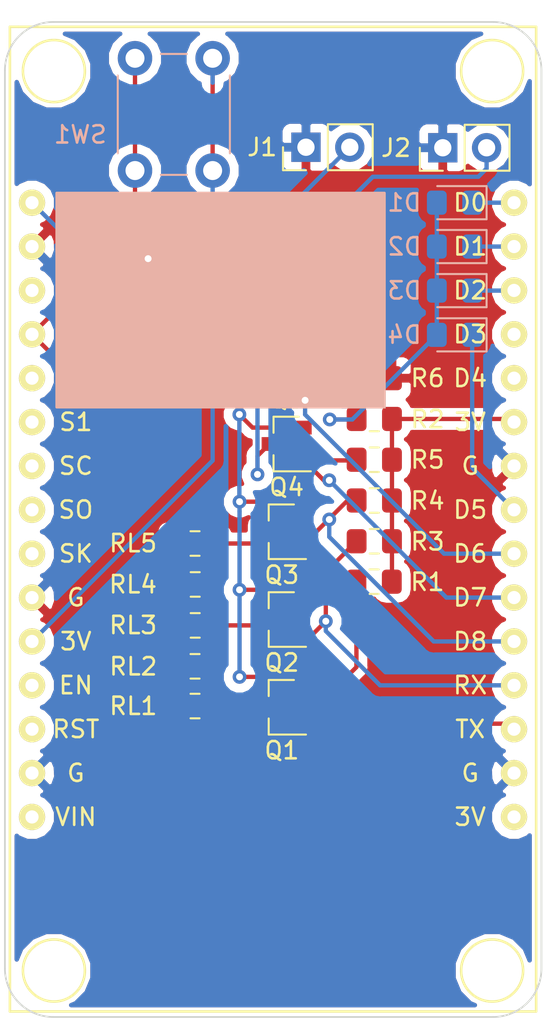
<source format=kicad_pcb>
(kicad_pcb (version 20171130) (host pcbnew "(5.0.2)-1")

  (general
    (thickness 1.6)
    (drawings 9)
    (tracks 130)
    (zones 0)
    (modules 32)
    (nets 34)
  )

  (page A4)
  (title_block
    (title "Measurement of capacity of a battery")
    (date 2019-06-20)
  )

  (layers
    (0 F.Cu signal)
    (31 B.Cu signal)
    (32 B.Adhes user)
    (33 F.Adhes user)
    (34 B.Paste user)
    (35 F.Paste user)
    (36 B.SilkS user hide)
    (37 F.SilkS user)
    (38 B.Mask user)
    (39 F.Mask user)
    (40 Dwgs.User user)
    (41 Cmts.User user)
    (42 Eco1.User user)
    (43 Eco2.User user)
    (44 Edge.Cuts user)
    (45 Margin user)
    (46 B.CrtYd user)
    (47 F.CrtYd user)
    (48 B.Fab user hide)
    (49 F.Fab user hide)
  )

  (setup
    (last_trace_width 0.25)
    (trace_clearance 0.25)
    (zone_clearance 0.508)
    (zone_45_only no)
    (trace_min 0.25)
    (segment_width 0.2)
    (edge_width 0.1)
    (via_size 0.8)
    (via_drill 0.4)
    (via_min_size 0.4)
    (via_min_drill 0.3)
    (uvia_size 0.3)
    (uvia_drill 0.1)
    (uvias_allowed no)
    (uvia_min_size 0.2)
    (uvia_min_drill 0.1)
    (pcb_text_width 0.3)
    (pcb_text_size 1.5 1.5)
    (mod_edge_width 0.15)
    (mod_text_size 1 1)
    (mod_text_width 0.15)
    (pad_size 0.9 0.8)
    (pad_drill 0)
    (pad_to_mask_clearance 0)
    (solder_mask_min_width 0.25)
    (aux_axis_origin 0 0)
    (visible_elements 7FFFFFFF)
    (pcbplotparams
      (layerselection 0x3ffff_ffffffff)
      (usegerberextensions false)
      (usegerberattributes false)
      (usegerberadvancedattributes false)
      (creategerberjobfile false)
      (excludeedgelayer true)
      (linewidth 0.100000)
      (plotframeref false)
      (viasonmask false)
      (mode 1)
      (useauxorigin false)
      (hpglpennumber 1)
      (hpglpenspeed 20)
      (hpglpendiameter 15.000000)
      (psnegative false)
      (psa4output false)
      (plotreference true)
      (plotvalue true)
      (plotinvisibletext false)
      (padsonsilk false)
      (subtractmaskfromsilk false)
      (outputformat 4)
      (mirror false)
      (drillshape 0)
      (scaleselection 1)
      (outputdirectory "GBR/"))
  )

  (net 0 "")
  (net 1 /Ctrl1)
  (net 2 /Ctrl2)
  (net 3 /Ctrl3)
  (net 4 /Ctrl4)
  (net 5 "Net-(U1-Pad26)")
  (net 6 "Net-(U1-Pad15)")
  (net 7 GND)
  (net 8 "Net-(U1-Pad13)")
  (net 9 "Net-(U1-Pad12)")
  (net 10 /Vcc)
  (net 11 "Net-(U1-Pad9)")
  (net 12 "Net-(U1-Pad8)")
  (net 13 "Net-(U1-Pad7)")
  (net 14 "Net-(U1-Pad6)")
  (net 15 "Net-(U1-Pad5)")
  (net 16 "Net-(U1-Pad3)")
  (net 17 /Vbat)
  (net 18 "Net-(Q3-Pad3)")
  (net 19 "Net-(Q2-Pad3)")
  (net 20 "Net-(Q1-Pad3)")
  (net 21 "Net-(U1-Pad27)")
  (net 22 /Vin)
  (net 23 "Net-(D1-Pad2)")
  (net 24 /SW)
  (net 25 /En_VD)
  (net 26 /LED2)
  (net 27 /LED1)
  (net 28 /LED3)
  (net 29 /LED4)
  (net 30 "Net-(Q5-Pad3)")
  (net 31 /dut)
  (net 32 "Net-(RL1-Pad2)")
  (net 33 "Net-(R7-Pad2)")

  (net_class Default "This is the default net class."
    (clearance 0.25)
    (trace_width 0.25)
    (via_dia 0.8)
    (via_drill 0.4)
    (uvia_dia 0.3)
    (uvia_drill 0.1)
    (diff_pair_gap 0.25)
    (diff_pair_width 0.25)
    (add_net /Ctrl1)
    (add_net /Ctrl2)
    (add_net /Ctrl3)
    (add_net /Ctrl4)
    (add_net /En_VD)
    (add_net /LED1)
    (add_net /LED2)
    (add_net /LED3)
    (add_net /LED4)
    (add_net /SW)
    (add_net /Vbat)
    (add_net /Vcc)
    (add_net /Vin)
    (add_net /dut)
    (add_net GND)
    (add_net "Net-(D1-Pad2)")
    (add_net "Net-(Q1-Pad3)")
    (add_net "Net-(Q2-Pad3)")
    (add_net "Net-(Q3-Pad3)")
    (add_net "Net-(Q5-Pad3)")
    (add_net "Net-(R7-Pad2)")
    (add_net "Net-(RL1-Pad2)")
    (add_net "Net-(U1-Pad12)")
    (add_net "Net-(U1-Pad13)")
    (add_net "Net-(U1-Pad15)")
    (add_net "Net-(U1-Pad26)")
    (add_net "Net-(U1-Pad27)")
    (add_net "Net-(U1-Pad3)")
    (add_net "Net-(U1-Pad5)")
    (add_net "Net-(U1-Pad6)")
    (add_net "Net-(U1-Pad7)")
    (add_net "Net-(U1-Pad8)")
    (add_net "Net-(U1-Pad9)")
  )

  (module MountingHole:MountingHole_3.2mm_M3_ISO7380 (layer F.Cu) (tedit 5D0C67DF) (tstamp 5D0CA2EC)
    (at 41.54 67.31)
    (descr "Mounting Hole 3.2mm, no annular, M3, ISO7380")
    (tags "mounting hole 3.2mm no annular m3 iso7380")
    (attr virtual)
    (fp_text reference "" (at 0 -3.85) (layer F.SilkS)
      (effects (font (size 1 1) (thickness 0.15)))
    )
    (fp_text value MountingHole_3.2mm_M3_ISO7380 (at 0 3.85) (layer F.Fab)
      (effects (font (size 1 1) (thickness 0.15)))
    )
    (fp_text user %R (at 0.3 0) (layer F.Fab)
      (effects (font (size 1 1) (thickness 0.15)))
    )
    (fp_circle (center 0 0) (end 2.85 0) (layer Cmts.User) (width 0.15))
    (fp_circle (center 0 0) (end 3.1 0) (layer F.CrtYd) (width 0.05))
    (pad 1 np_thru_hole circle (at 0 0) (size 3.2 3.2) (drill 3.2) (layers *.Cu *.Mask))
  )

  (module MountingHole:MountingHole_3.2mm_M3_ISO7380 (layer F.Cu) (tedit 5D0C67E6) (tstamp 5D0CA2EC)
    (at 16.14 67.31)
    (descr "Mounting Hole 3.2mm, no annular, M3, ISO7380")
    (tags "mounting hole 3.2mm no annular m3 iso7380")
    (attr virtual)
    (fp_text reference "" (at 0 -3.85) (layer F.SilkS)
      (effects (font (size 1 1) (thickness 0.15)))
    )
    (fp_text value MountingHole_3.2mm_M3_ISO7380 (at 0 3.85) (layer F.Fab)
      (effects (font (size 1 1) (thickness 0.15)))
    )
    (fp_text user %R (at 0.3 0) (layer F.Fab)
      (effects (font (size 1 1) (thickness 0.15)))
    )
    (fp_circle (center 0 0) (end 2.85 0) (layer Cmts.User) (width 0.15))
    (fp_circle (center 0 0) (end 3.1 0) (layer F.CrtYd) (width 0.05))
    (pad 1 np_thru_hole circle (at 0 0) (size 3.2 3.2) (drill 3.2) (layers *.Cu *.Mask))
  )

  (module MountingHole:MountingHole_3.2mm_M3_ISO7380 (layer F.Cu) (tedit 5D0C67D2) (tstamp 5D0CA2EC)
    (at 16.14 15.24)
    (descr "Mounting Hole 3.2mm, no annular, M3, ISO7380")
    (tags "mounting hole 3.2mm no annular m3 iso7380")
    (attr virtual)
    (fp_text reference "" (at 0 -3.85) (layer F.SilkS)
      (effects (font (size 1 1) (thickness 0.15)))
    )
    (fp_text value MountingHole_3.2mm_M3_ISO7380 (at 0 3.85) (layer F.Fab)
      (effects (font (size 1 1) (thickness 0.15)))
    )
    (fp_text user %R (at 0.3 0) (layer F.Fab)
      (effects (font (size 1 1) (thickness 0.15)))
    )
    (fp_circle (center 0 0) (end 2.85 0) (layer Cmts.User) (width 0.15))
    (fp_circle (center 0 0) (end 3.1 0) (layer F.CrtYd) (width 0.05))
    (pad 1 np_thru_hole circle (at 0 0) (size 3.2 3.2) (drill 3.2) (layers *.Cu *.Mask))
  )

  (module Resistor_SMD:R_0805_2012Metric_Pad1.15x1.40mm_HandSolder (layer F.Cu) (tedit 5B36C52B) (tstamp 5D0C5FEC)
    (at 24.33 44.96 180)
    (descr "Resistor SMD 0805 (2012 Metric), square (rectangular) end terminal, IPC_7351 nominal with elongated pad for handsoldering. (Body size source: https://docs.google.com/spreadsheets/d/1BsfQQcO9C6DZCsRaXUlFlo91Tg2WpOkGARC1WS5S8t0/edit?usp=sharing), generated with kicad-footprint-generator")
    (tags "resistor handsolder")
    (path /5D0CC57E)
    (attr smd)
    (fp_text reference RL4 (at 3.61 0 180) (layer F.SilkS)
      (effects (font (size 1 1) (thickness 0.15)))
    )
    (fp_text value 232 (at 0 1.65 180) (layer F.Fab)
      (effects (font (size 1 1) (thickness 0.15)))
    )
    (fp_text user %R (at 0 0 180) (layer F.Fab)
      (effects (font (size 0.5 0.5) (thickness 0.08)))
    )
    (fp_line (start 1.85 0.95) (end -1.85 0.95) (layer F.CrtYd) (width 0.05))
    (fp_line (start 1.85 -0.95) (end 1.85 0.95) (layer F.CrtYd) (width 0.05))
    (fp_line (start -1.85 -0.95) (end 1.85 -0.95) (layer F.CrtYd) (width 0.05))
    (fp_line (start -1.85 0.95) (end -1.85 -0.95) (layer F.CrtYd) (width 0.05))
    (fp_line (start -0.261252 0.71) (end 0.261252 0.71) (layer F.SilkS) (width 0.12))
    (fp_line (start -0.261252 -0.71) (end 0.261252 -0.71) (layer F.SilkS) (width 0.12))
    (fp_line (start 1 0.6) (end -1 0.6) (layer F.Fab) (width 0.1))
    (fp_line (start 1 -0.6) (end 1 0.6) (layer F.Fab) (width 0.1))
    (fp_line (start -1 -0.6) (end 1 -0.6) (layer F.Fab) (width 0.1))
    (fp_line (start -1 0.6) (end -1 -0.6) (layer F.Fab) (width 0.1))
    (pad 2 smd roundrect (at 1.025 0 180) (size 1.15 1.4) (layers F.Cu F.Paste F.Mask) (roundrect_rratio 0.217391)
      (net 7 GND))
    (pad 1 smd roundrect (at -1.025 0 180) (size 1.15 1.4) (layers F.Cu F.Paste F.Mask) (roundrect_rratio 0.217391)
      (net 18 "Net-(Q3-Pad3)"))
    (model ${KISYS3DMOD}/Resistor_SMD.3dshapes/R_0805_2012Metric.wrl
      (at (xyz 0 0 0))
      (scale (xyz 1 1 1))
      (rotate (xyz 0 0 0))
    )
  )

  (module Resistor_SMD:R_0805_2012Metric_Pad1.15x1.40mm_HandSolder (layer F.Cu) (tedit 5B36C52B) (tstamp 5D0C5FDB)
    (at 24.32 42.59 180)
    (descr "Resistor SMD 0805 (2012 Metric), square (rectangular) end terminal, IPC_7351 nominal with elongated pad for handsoldering. (Body size source: https://docs.google.com/spreadsheets/d/1BsfQQcO9C6DZCsRaXUlFlo91Tg2WpOkGARC1WS5S8t0/edit?usp=sharing), generated with kicad-footprint-generator")
    (tags "resistor handsolder")
    (path /5D049F1F)
    (attr smd)
    (fp_text reference RL5 (at 3.59 0.01 180) (layer F.SilkS)
      (effects (font (size 1 1) (thickness 0.15)))
    )
    (fp_text value 232 (at 0 1.65 180) (layer F.Fab)
      (effects (font (size 1 1) (thickness 0.15)))
    )
    (fp_line (start -1 0.6) (end -1 -0.6) (layer F.Fab) (width 0.1))
    (fp_line (start -1 -0.6) (end 1 -0.6) (layer F.Fab) (width 0.1))
    (fp_line (start 1 -0.6) (end 1 0.6) (layer F.Fab) (width 0.1))
    (fp_line (start 1 0.6) (end -1 0.6) (layer F.Fab) (width 0.1))
    (fp_line (start -0.261252 -0.71) (end 0.261252 -0.71) (layer F.SilkS) (width 0.12))
    (fp_line (start -0.261252 0.71) (end 0.261252 0.71) (layer F.SilkS) (width 0.12))
    (fp_line (start -1.85 0.95) (end -1.85 -0.95) (layer F.CrtYd) (width 0.05))
    (fp_line (start -1.85 -0.95) (end 1.85 -0.95) (layer F.CrtYd) (width 0.05))
    (fp_line (start 1.85 -0.95) (end 1.85 0.95) (layer F.CrtYd) (width 0.05))
    (fp_line (start 1.85 0.95) (end -1.85 0.95) (layer F.CrtYd) (width 0.05))
    (fp_text user %R (at 0 0 180) (layer F.Fab)
      (effects (font (size 0.5 0.5) (thickness 0.08)))
    )
    (pad 1 smd roundrect (at -1.025 0 180) (size 1.15 1.4) (layers F.Cu F.Paste F.Mask) (roundrect_rratio 0.217391)
      (net 18 "Net-(Q3-Pad3)"))
    (pad 2 smd roundrect (at 1.025 0 180) (size 1.15 1.4) (layers F.Cu F.Paste F.Mask) (roundrect_rratio 0.217391)
      (net 7 GND))
    (model ${KISYS3DMOD}/Resistor_SMD.3dshapes/R_0805_2012Metric.wrl
      (at (xyz 0 0 0))
      (scale (xyz 1 1 1))
      (rotate (xyz 0 0 0))
    )
  )

  (module SUDHEENDRA_HEGDE:NodeMCU-LoLinV3 locked (layer F.Cu) (tedit 5D0C589D) (tstamp 5D0C5FAA)
    (at 28.84 43.18)
    (path /5D05B443)
    (fp_text reference "" (at 0 0) (layer F.SilkS)
      (effects (font (size 1 1) (thickness 0.15)))
    )
    (fp_text value "NodeMCU1.0(ESP-12E)" (at 0 -29.21) (layer F.Fab)
      (effects (font (size 1 1) (thickness 0.15)))
    )
    (fp_line (start 15.25 26.5) (end 15.25 -30.5) (layer F.SilkS) (width 0.15))
    (fp_line (start -15.25 26.5) (end 15.25 26.5) (layer F.SilkS) (width 0.15))
    (fp_line (start -15.25 -30.5) (end -15.25 26.5) (layer F.SilkS) (width 0.15))
    (fp_line (start -14.75 -30.5) (end -15.25 -30.5) (layer F.SilkS) (width 0.15))
    (fp_line (start 15.25 -30.5) (end -14.75 -30.5) (layer F.SilkS) (width 0.15))
    (fp_circle (center 12.7 -27.94) (end 13.97 -29.21) (layer F.SilkS) (width 0.15))
    (fp_circle (center -12.7 -27.94) (end -11.43 -29.21) (layer F.SilkS) (width 0.15))
    (fp_circle (center -12.7 24.13) (end -11.43 22.86) (layer F.SilkS) (width 0.15))
    (fp_circle (center 12.7 24.13) (end 13.97 22.86) (layer F.SilkS) (width 0.15))
    (fp_text user D0 (at 11.43 -20.32) (layer F.SilkS)
      (effects (font (size 1 1) (thickness 0.15)))
    )
    (fp_text user D1 (at 11.43 -17.78) (layer F.SilkS)
      (effects (font (size 1 1) (thickness 0.15)))
    )
    (fp_text user D2 (at 11.43 -15.24) (layer F.SilkS)
      (effects (font (size 1 1) (thickness 0.15)))
    )
    (fp_text user D3 (at 11.43 -12.7) (layer F.SilkS)
      (effects (font (size 1 1) (thickness 0.15)))
    )
    (fp_text user D4 (at 11.43 -10.16) (layer F.SilkS)
      (effects (font (size 1 1) (thickness 0.15)))
    )
    (fp_text user 3V (at 11.43 -7.62) (layer F.SilkS)
      (effects (font (size 1 1) (thickness 0.15)))
    )
    (fp_text user G (at 11.43 -5.08) (layer F.SilkS)
      (effects (font (size 1 1) (thickness 0.15)))
    )
    (fp_text user D5 (at 11.43 -2.54) (layer F.SilkS)
      (effects (font (size 1 1) (thickness 0.15)))
    )
    (fp_text user D6 (at 11.43 0) (layer F.SilkS)
      (effects (font (size 1 1) (thickness 0.15)))
    )
    (fp_text user D7 (at 11.43 2.54) (layer F.SilkS)
      (effects (font (size 1 1) (thickness 0.15)))
    )
    (fp_text user D8 (at 11.43 5.08) (layer F.SilkS)
      (effects (font (size 1 1) (thickness 0.15)))
    )
    (fp_text user RX (at 11.43 7.62) (layer F.SilkS)
      (effects (font (size 1 1) (thickness 0.15)))
    )
    (fp_text user TX (at 11.43 10.16) (layer F.SilkS)
      (effects (font (size 1 1) (thickness 0.15)))
    )
    (fp_text user G (at 11.43 12.7) (layer F.SilkS)
      (effects (font (size 1 1) (thickness 0.15)))
    )
    (fp_text user 3V (at 11.43 15.24) (layer F.SilkS)
      (effects (font (size 1 1) (thickness 0.15)))
    )
    (fp_text user A0 (at -11.43 -20.32) (layer F.SilkS)
      (effects (font (size 1 1) (thickness 0.15)))
    )
    (fp_text user G (at -11.43 -17.78) (layer F.SilkS)
      (effects (font (size 1 1) (thickness 0.15)))
    )
    (fp_text user VU (at -11.43 -15.24) (layer F.SilkS)
      (effects (font (size 1 1) (thickness 0.15)))
    )
    (fp_text user S3 (at -11.43 -12.7) (layer F.SilkS)
      (effects (font (size 1 1) (thickness 0.15)))
    )
    (fp_text user S2 (at -11.43 -10.16) (layer F.SilkS)
      (effects (font (size 1 1) (thickness 0.15)))
    )
    (fp_text user S1 (at -11.43 -7.62) (layer F.SilkS)
      (effects (font (size 1 1) (thickness 0.15)))
    )
    (fp_text user SC (at -11.43 -5.08) (layer F.SilkS)
      (effects (font (size 1 1) (thickness 0.15)))
    )
    (fp_text user SO (at -11.43 -2.54) (layer F.SilkS)
      (effects (font (size 1 1) (thickness 0.15)))
    )
    (fp_text user SK (at -11.43 0) (layer F.SilkS)
      (effects (font (size 1 1) (thickness 0.15)))
    )
    (fp_text user G (at -11.43 2.54) (layer F.SilkS)
      (effects (font (size 1 1) (thickness 0.15)))
    )
    (fp_text user 3V (at -11.43 5.08) (layer F.SilkS)
      (effects (font (size 1 1) (thickness 0.15)))
    )
    (fp_text user EN (at -11.43 7.62) (layer F.SilkS)
      (effects (font (size 1 1) (thickness 0.15)))
    )
    (fp_text user RST (at -11.43 10.16) (layer F.SilkS)
      (effects (font (size 1 1) (thickness 0.15)))
    )
    (fp_text user G (at -11.43 12.7) (layer F.SilkS)
      (effects (font (size 1 1) (thickness 0.15)))
    )
    (fp_text user VIN (at -11.43 15.24) (layer F.SilkS)
      (effects (font (size 1 1) (thickness 0.15)))
    )
    (pad 30 thru_hole circle (at 13.97 -20.32) (size 1.524 1.524) (drill 0.762) (layers *.Cu *.Mask F.SilkS)
      (net 27 /LED1))
    (pad 29 thru_hole circle (at 13.97 -17.78) (size 1.524 1.524) (drill 0.762) (layers *.Cu *.Mask F.SilkS)
      (net 26 /LED2))
    (pad 28 thru_hole circle (at 13.97 -15.24) (size 1.524 1.524) (drill 0.762) (layers *.Cu *.Mask F.SilkS)
      (net 28 /LED3))
    (pad 27 thru_hole circle (at 13.97 -12.7) (size 1.524 1.524) (drill 0.762) (layers *.Cu *.Mask F.SilkS)
      (net 21 "Net-(U1-Pad27)"))
    (pad 26 thru_hole circle (at 13.97 -10.16) (size 1.524 1.524) (drill 0.762) (layers *.Cu *.Mask F.SilkS)
      (net 5 "Net-(U1-Pad26)"))
    (pad 25 thru_hole circle (at 13.97 -7.62) (size 1.524 1.524) (drill 0.762) (layers *.Cu *.Mask F.SilkS)
      (net 10 /Vcc))
    (pad 24 thru_hole circle (at 13.97 -5.08) (size 1.524 1.524) (drill 0.762) (layers *.Cu *.Mask F.SilkS)
      (net 7 GND))
    (pad 23 thru_hole circle (at 13.97 -2.54) (size 1.524 1.524) (drill 0.762) (layers *.Cu *.Mask F.SilkS)
      (net 29 /LED4))
    (pad 22 thru_hole circle (at 13.97 0) (size 1.524 1.524) (drill 0.762) (layers *.Cu *.Mask F.SilkS)
      (net 25 /En_VD))
    (pad 21 thru_hole circle (at 13.97 2.54) (size 1.524 1.524) (drill 0.762) (layers *.Cu *.Mask F.SilkS)
      (net 4 /Ctrl4))
    (pad 20 thru_hole circle (at 13.97 5.08) (size 1.524 1.524) (drill 0.762) (layers *.Cu *.Mask F.SilkS)
      (net 3 /Ctrl3))
    (pad 19 thru_hole circle (at 13.97 7.62) (size 1.524 1.524) (drill 0.762) (layers *.Cu *.Mask F.SilkS)
      (net 2 /Ctrl2))
    (pad 18 thru_hole circle (at 13.97 10.16) (size 1.524 1.524) (drill 0.762) (layers *.Cu *.Mask F.SilkS)
      (net 1 /Ctrl1))
    (pad 17 thru_hole circle (at 13.97 12.7) (size 1.524 1.524) (drill 0.762) (layers *.Cu *.Mask F.SilkS)
      (net 7 GND))
    (pad 16 thru_hole circle (at 13.97 15.24) (size 1.524 1.524) (drill 0.762) (layers *.Cu *.Mask F.SilkS)
      (net 10 /Vcc))
    (pad 15 thru_hole circle (at -13.97 15.24) (size 1.524 1.524) (drill 0.762) (layers *.Cu *.Mask F.SilkS)
      (net 6 "Net-(U1-Pad15)"))
    (pad 14 thru_hole circle (at -13.97 12.7) (size 1.524 1.524) (drill 0.762) (layers *.Cu *.Mask F.SilkS)
      (net 7 GND))
    (pad 13 thru_hole circle (at -13.97 10.16) (size 1.524 1.524) (drill 0.762) (layers *.Cu *.Mask F.SilkS)
      (net 8 "Net-(U1-Pad13)"))
    (pad 12 thru_hole circle (at -13.97 7.62) (size 1.524 1.524) (drill 0.762) (layers *.Cu *.Mask F.SilkS)
      (net 9 "Net-(U1-Pad12)"))
    (pad 11 thru_hole circle (at -13.97 5.08) (size 1.524 1.524) (drill 0.762) (layers *.Cu *.Mask F.SilkS)
      (net 10 /Vcc))
    (pad 10 thru_hole circle (at -13.97 2.54) (size 1.524 1.524) (drill 0.762) (layers *.Cu *.Mask F.SilkS)
      (net 7 GND))
    (pad 9 thru_hole circle (at -13.97 0) (size 1.524 1.524) (drill 0.762) (layers *.Cu *.Mask F.SilkS)
      (net 11 "Net-(U1-Pad9)"))
    (pad 8 thru_hole circle (at -13.97 -2.54) (size 1.524 1.524) (drill 0.762) (layers *.Cu *.Mask F.SilkS)
      (net 12 "Net-(U1-Pad8)"))
    (pad 7 thru_hole circle (at -13.97 -5.08) (size 1.524 1.524) (drill 0.762) (layers *.Cu *.Mask F.SilkS)
      (net 13 "Net-(U1-Pad7)"))
    (pad 6 thru_hole circle (at -13.97 -7.62) (size 1.524 1.524) (drill 0.762) (layers *.Cu *.Mask F.SilkS)
      (net 14 "Net-(U1-Pad6)"))
    (pad 5 thru_hole circle (at -13.97 -10.16) (size 1.524 1.524) (drill 0.762) (layers *.Cu *.Mask F.SilkS)
      (net 15 "Net-(U1-Pad5)"))
    (pad 4 thru_hole circle (at -13.97 -12.7) (size 1.524 1.524) (drill 0.762) (layers *.Cu *.Mask F.SilkS)
      (net 24 /SW))
    (pad 3 thru_hole circle (at -13.97 -15.24) (size 1.524 1.524) (drill 0.762) (layers *.Cu *.Mask F.SilkS)
      (net 16 "Net-(U1-Pad3)"))
    (pad 2 thru_hole circle (at -13.97 -17.78) (size 1.524 1.524) (drill 0.762) (layers *.Cu *.Mask F.SilkS)
      (net 7 GND))
    (pad 1 thru_hole circle (at -13.97 -20.32) (size 1.524 1.524) (drill 0.762) (layers *.Cu *.Mask F.SilkS)
      (net 22 /Vin))
  )

  (module Button_Switch_THT:SW_PUSH_6mm (layer B.Cu) (tedit 5A02FE31) (tstamp 5D18731A)
    (at 25.34 21 90)
    (descr https://www.omron.com/ecb/products/pdf/en-b3f.pdf)
    (tags "tact sw push 6mm")
    (path /5D1A9804)
    (fp_text reference SW1 (at 2.08 -7.67 180) (layer B.SilkS)
      (effects (font (size 1 1) (thickness 0.15)) (justify mirror))
    )
    (fp_text value SW_Push (at 3.75 -6.7 90) (layer B.Fab)
      (effects (font (size 1 1) (thickness 0.15)) (justify mirror))
    )
    (fp_text user %R (at 3.25 -2.25 90) (layer B.Fab)
      (effects (font (size 1 1) (thickness 0.15)) (justify mirror))
    )
    (fp_line (start 3.25 0.75) (end 6.25 0.75) (layer B.Fab) (width 0.1))
    (fp_line (start 6.25 0.75) (end 6.25 -5.25) (layer B.Fab) (width 0.1))
    (fp_line (start 6.25 -5.25) (end 0.25 -5.25) (layer B.Fab) (width 0.1))
    (fp_line (start 0.25 -5.25) (end 0.25 0.75) (layer B.Fab) (width 0.1))
    (fp_line (start 0.25 0.75) (end 3.25 0.75) (layer B.Fab) (width 0.1))
    (fp_line (start 7.75 -6) (end 8 -6) (layer B.CrtYd) (width 0.05))
    (fp_line (start 8 -6) (end 8 -5.75) (layer B.CrtYd) (width 0.05))
    (fp_line (start 7.75 1.5) (end 8 1.5) (layer B.CrtYd) (width 0.05))
    (fp_line (start 8 1.5) (end 8 1.25) (layer B.CrtYd) (width 0.05))
    (fp_line (start -1.5 1.25) (end -1.5 1.5) (layer B.CrtYd) (width 0.05))
    (fp_line (start -1.5 1.5) (end -1.25 1.5) (layer B.CrtYd) (width 0.05))
    (fp_line (start -1.5 -5.75) (end -1.5 -6) (layer B.CrtYd) (width 0.05))
    (fp_line (start -1.5 -6) (end -1.25 -6) (layer B.CrtYd) (width 0.05))
    (fp_line (start -1.25 1.5) (end 7.75 1.5) (layer B.CrtYd) (width 0.05))
    (fp_line (start -1.5 -5.75) (end -1.5 1.25) (layer B.CrtYd) (width 0.05))
    (fp_line (start 7.75 -6) (end -1.25 -6) (layer B.CrtYd) (width 0.05))
    (fp_line (start 8 1.25) (end 8 -5.75) (layer B.CrtYd) (width 0.05))
    (fp_line (start 1 -5.5) (end 5.5 -5.5) (layer B.SilkS) (width 0.12))
    (fp_line (start -0.25 -1.5) (end -0.25 -3) (layer B.SilkS) (width 0.12))
    (fp_line (start 5.5 1) (end 1 1) (layer B.SilkS) (width 0.12))
    (fp_line (start 6.75 -3) (end 6.75 -1.5) (layer B.SilkS) (width 0.12))
    (fp_circle (center 3.25 -2.25) (end 1.25 -2.5) (layer B.Fab) (width 0.1))
    (pad 2 thru_hole circle (at 0 -4.5) (size 2 2) (drill 1.1) (layers *.Cu *.Mask)
      (net 24 /SW))
    (pad 1 thru_hole circle (at 0 0) (size 2 2) (drill 1.1) (layers *.Cu *.Mask)
      (net 10 /Vcc))
    (pad 2 thru_hole circle (at 6.5 -4.5) (size 2 2) (drill 1.1) (layers *.Cu *.Mask)
      (net 24 /SW))
    (pad 1 thru_hole circle (at 6.5 0) (size 2 2) (drill 1.1) (layers *.Cu *.Mask)
      (net 10 /Vcc))
    (model ${KISYS3DMOD}/Button_Switch_THT.3dshapes/SW_PUSH_6mm.wrl
      (at (xyz 0 0 0))
      (scale (xyz 1 1 1))
      (rotate (xyz 0 0 0))
    )
  )

  (module Package_TO_SOT_SMD:SOT-23 (layer F.Cu) (tedit 5A02FF57) (tstamp 5D11567B)
    (at 29.35 41.91 180)
    (descr "SOT-23, Standard")
    (tags SOT-23)
    (path /5D049929)
    (attr smd)
    (fp_text reference Q3 (at 0 -2.5 180) (layer F.SilkS)
      (effects (font (size 1 1) (thickness 0.15)))
    )
    (fp_text value IRLML6401TRPBF (at 0 2.5 180) (layer F.Fab)
      (effects (font (size 1 1) (thickness 0.15)))
    )
    (fp_text user %R (at 0 0 270) (layer F.Fab)
      (effects (font (size 0.5 0.5) (thickness 0.075)))
    )
    (fp_line (start -0.7 -0.95) (end -0.7 1.5) (layer F.Fab) (width 0.1))
    (fp_line (start -0.15 -1.52) (end 0.7 -1.52) (layer F.Fab) (width 0.1))
    (fp_line (start -0.7 -0.95) (end -0.15 -1.52) (layer F.Fab) (width 0.1))
    (fp_line (start 0.7 -1.52) (end 0.7 1.52) (layer F.Fab) (width 0.1))
    (fp_line (start -0.7 1.52) (end 0.7 1.52) (layer F.Fab) (width 0.1))
    (fp_line (start 0.76 1.58) (end 0.76 0.65) (layer F.SilkS) (width 0.12))
    (fp_line (start 0.76 -1.58) (end 0.76 -0.65) (layer F.SilkS) (width 0.12))
    (fp_line (start -1.7 -1.75) (end 1.7 -1.75) (layer F.CrtYd) (width 0.05))
    (fp_line (start 1.7 -1.75) (end 1.7 1.75) (layer F.CrtYd) (width 0.05))
    (fp_line (start 1.7 1.75) (end -1.7 1.75) (layer F.CrtYd) (width 0.05))
    (fp_line (start -1.7 1.75) (end -1.7 -1.75) (layer F.CrtYd) (width 0.05))
    (fp_line (start 0.76 -1.58) (end -1.4 -1.58) (layer F.SilkS) (width 0.12))
    (fp_line (start 0.76 1.58) (end -0.7 1.58) (layer F.SilkS) (width 0.12))
    (pad 1 smd rect (at -1 -0.95 180) (size 0.9 0.8) (layers F.Cu F.Paste F.Mask)
      (net 3 /Ctrl3))
    (pad 2 smd rect (at -1 0.95 180) (size 0.9 0.8) (layers F.Cu F.Paste F.Mask)
      (net 17 /Vbat))
    (pad 3 smd rect (at 1 0 180) (size 0.9 0.8) (layers F.Cu F.Paste F.Mask)
      (net 18 "Net-(Q3-Pad3)"))
    (model ${KISYS3DMOD}/Package_TO_SOT_SMD.3dshapes/SOT-23.wrl
      (at (xyz 0 0 0))
      (scale (xyz 1 1 1))
      (rotate (xyz 0 0 0))
    )
  )

  (module LED_SMD:LED_0805_2012Metric_Pad1.15x1.40mm_HandSolder (layer B.Cu) (tedit 5B4B45C9) (tstamp 5D166770)
    (at 39.36 25.4 180)
    (descr "LED SMD 0805 (2012 Metric), square (rectangular) end terminal, IPC_7351 nominal, (Body size source: https://docs.google.com/spreadsheets/d/1BsfQQcO9C6DZCsRaXUlFlo91Tg2WpOkGARC1WS5S8t0/edit?usp=sharing), generated with kicad-footprint-generator")
    (tags "LED handsolder")
    (path /5D09C297)
    (attr smd)
    (fp_text reference D2 (at 2.9 0 180) (layer B.SilkS)
      (effects (font (size 1 1) (thickness 0.15)) (justify mirror))
    )
    (fp_text value LED (at 0 -1.65 180) (layer B.Fab)
      (effects (font (size 1 1) (thickness 0.15)) (justify mirror))
    )
    (fp_line (start 1 0.6) (end -0.7 0.6) (layer B.Fab) (width 0.1))
    (fp_line (start -0.7 0.6) (end -1 0.3) (layer B.Fab) (width 0.1))
    (fp_line (start -1 0.3) (end -1 -0.6) (layer B.Fab) (width 0.1))
    (fp_line (start -1 -0.6) (end 1 -0.6) (layer B.Fab) (width 0.1))
    (fp_line (start 1 -0.6) (end 1 0.6) (layer B.Fab) (width 0.1))
    (fp_line (start 1 0.96) (end -1.86 0.96) (layer B.SilkS) (width 0.12))
    (fp_line (start -1.86 0.96) (end -1.86 -0.96) (layer B.SilkS) (width 0.12))
    (fp_line (start -1.86 -0.96) (end 1 -0.96) (layer B.SilkS) (width 0.12))
    (fp_line (start -1.85 -0.95) (end -1.85 0.95) (layer B.CrtYd) (width 0.05))
    (fp_line (start -1.85 0.95) (end 1.85 0.95) (layer B.CrtYd) (width 0.05))
    (fp_line (start 1.85 0.95) (end 1.85 -0.95) (layer B.CrtYd) (width 0.05))
    (fp_line (start 1.85 -0.95) (end -1.85 -0.95) (layer B.CrtYd) (width 0.05))
    (fp_text user %R (at 0 0 180) (layer B.Fab)
      (effects (font (size 0.5 0.5) (thickness 0.08)) (justify mirror))
    )
    (pad 1 smd roundrect (at -1.025 0 180) (size 1.15 1.4) (layers B.Cu B.Paste B.Mask) (roundrect_rratio 0.217391)
      (net 26 /LED2))
    (pad 2 smd roundrect (at 1.025 0 180) (size 1.15 1.4) (layers B.Cu B.Paste B.Mask) (roundrect_rratio 0.217391)
      (net 23 "Net-(D1-Pad2)"))
    (model ${KISYS3DMOD}/LED_SMD.3dshapes/LED_0805_2012Metric.wrl
      (at (xyz 0 0 0))
      (scale (xyz 1 1 1))
      (rotate (xyz 0 0 0))
    )
  )

  (module LED_SMD:LED_0805_2012Metric_Pad1.15x1.40mm_HandSolder (layer B.Cu) (tedit 5B4B45C9) (tstamp 5D16675D)
    (at 39.36 27.95 180)
    (descr "LED SMD 0805 (2012 Metric), square (rectangular) end terminal, IPC_7351 nominal, (Body size source: https://docs.google.com/spreadsheets/d/1BsfQQcO9C6DZCsRaXUlFlo91Tg2WpOkGARC1WS5S8t0/edit?usp=sharing), generated with kicad-footprint-generator")
    (tags "LED handsolder")
    (path /5D09D4AF)
    (attr smd)
    (fp_text reference D3 (at 2.9 0 180) (layer B.SilkS)
      (effects (font (size 1 1) (thickness 0.15)) (justify mirror))
    )
    (fp_text value LED (at 0 -1.65 180) (layer B.Fab)
      (effects (font (size 1 1) (thickness 0.15)) (justify mirror))
    )
    (fp_text user %R (at 0 0 180) (layer B.Fab)
      (effects (font (size 0.5 0.5) (thickness 0.08)) (justify mirror))
    )
    (fp_line (start 1.85 -0.95) (end -1.85 -0.95) (layer B.CrtYd) (width 0.05))
    (fp_line (start 1.85 0.95) (end 1.85 -0.95) (layer B.CrtYd) (width 0.05))
    (fp_line (start -1.85 0.95) (end 1.85 0.95) (layer B.CrtYd) (width 0.05))
    (fp_line (start -1.85 -0.95) (end -1.85 0.95) (layer B.CrtYd) (width 0.05))
    (fp_line (start -1.86 -0.96) (end 1 -0.96) (layer B.SilkS) (width 0.12))
    (fp_line (start -1.86 0.96) (end -1.86 -0.96) (layer B.SilkS) (width 0.12))
    (fp_line (start 1 0.96) (end -1.86 0.96) (layer B.SilkS) (width 0.12))
    (fp_line (start 1 -0.6) (end 1 0.6) (layer B.Fab) (width 0.1))
    (fp_line (start -1 -0.6) (end 1 -0.6) (layer B.Fab) (width 0.1))
    (fp_line (start -1 0.3) (end -1 -0.6) (layer B.Fab) (width 0.1))
    (fp_line (start -0.7 0.6) (end -1 0.3) (layer B.Fab) (width 0.1))
    (fp_line (start 1 0.6) (end -0.7 0.6) (layer B.Fab) (width 0.1))
    (pad 2 smd roundrect (at 1.025 0 180) (size 1.15 1.4) (layers B.Cu B.Paste B.Mask) (roundrect_rratio 0.217391)
      (net 23 "Net-(D1-Pad2)"))
    (pad 1 smd roundrect (at -1.025 0 180) (size 1.15 1.4) (layers B.Cu B.Paste B.Mask) (roundrect_rratio 0.217391)
      (net 28 /LED3))
    (model ${KISYS3DMOD}/LED_SMD.3dshapes/LED_0805_2012Metric.wrl
      (at (xyz 0 0 0))
      (scale (xyz 1 1 1))
      (rotate (xyz 0 0 0))
    )
  )

  (module LED_SMD:LED_0805_2012Metric_Pad1.15x1.40mm_HandSolder (layer B.Cu) (tedit 5B4B45C9) (tstamp 5D16674A)
    (at 39.36 30.51 180)
    (descr "LED SMD 0805 (2012 Metric), square (rectangular) end terminal, IPC_7351 nominal, (Body size source: https://docs.google.com/spreadsheets/d/1BsfQQcO9C6DZCsRaXUlFlo91Tg2WpOkGARC1WS5S8t0/edit?usp=sharing), generated with kicad-footprint-generator")
    (tags "LED handsolder")
    (path /5D09E6D2)
    (attr smd)
    (fp_text reference D4 (at 2.9 0 180) (layer B.SilkS)
      (effects (font (size 1 1) (thickness 0.15)) (justify mirror))
    )
    (fp_text value LED (at 0 -1.65 180) (layer B.Fab)
      (effects (font (size 1 1) (thickness 0.15)) (justify mirror))
    )
    (fp_line (start 1 0.6) (end -0.7 0.6) (layer B.Fab) (width 0.1))
    (fp_line (start -0.7 0.6) (end -1 0.3) (layer B.Fab) (width 0.1))
    (fp_line (start -1 0.3) (end -1 -0.6) (layer B.Fab) (width 0.1))
    (fp_line (start -1 -0.6) (end 1 -0.6) (layer B.Fab) (width 0.1))
    (fp_line (start 1 -0.6) (end 1 0.6) (layer B.Fab) (width 0.1))
    (fp_line (start 1 0.96) (end -1.86 0.96) (layer B.SilkS) (width 0.12))
    (fp_line (start -1.86 0.96) (end -1.86 -0.96) (layer B.SilkS) (width 0.12))
    (fp_line (start -1.86 -0.96) (end 1 -0.96) (layer B.SilkS) (width 0.12))
    (fp_line (start -1.85 -0.95) (end -1.85 0.95) (layer B.CrtYd) (width 0.05))
    (fp_line (start -1.85 0.95) (end 1.85 0.95) (layer B.CrtYd) (width 0.05))
    (fp_line (start 1.85 0.95) (end 1.85 -0.95) (layer B.CrtYd) (width 0.05))
    (fp_line (start 1.85 -0.95) (end -1.85 -0.95) (layer B.CrtYd) (width 0.05))
    (fp_text user %R (at 0 0 180) (layer B.Fab)
      (effects (font (size 0.5 0.5) (thickness 0.08)) (justify mirror))
    )
    (pad 1 smd roundrect (at -1.025 0 180) (size 1.15 1.4) (layers B.Cu B.Paste B.Mask) (roundrect_rratio 0.217391)
      (net 29 /LED4))
    (pad 2 smd roundrect (at 1.025 0 180) (size 1.15 1.4) (layers B.Cu B.Paste B.Mask) (roundrect_rratio 0.217391)
      (net 23 "Net-(D1-Pad2)"))
    (model ${KISYS3DMOD}/LED_SMD.3dshapes/LED_0805_2012Metric.wrl
      (at (xyz 0 0 0))
      (scale (xyz 1 1 1))
      (rotate (xyz 0 0 0))
    )
  )

  (module LED_SMD:LED_0805_2012Metric_Pad1.15x1.40mm_HandSolder (layer B.Cu) (tedit 5D09C891) (tstamp 5D166724)
    (at 39.36 22.86 180)
    (descr "LED SMD 0805 (2012 Metric), square (rectangular) end terminal, IPC_7351 nominal, (Body size source: https://docs.google.com/spreadsheets/d/1BsfQQcO9C6DZCsRaXUlFlo91Tg2WpOkGARC1WS5S8t0/edit?usp=sharing), generated with kicad-footprint-generator")
    (tags "LED handsolder")
    (path /5D09C200)
    (attr smd)
    (fp_text reference D1 (at 2.909934 0.000833 180) (layer B.SilkS)
      (effects (font (size 1 1) (thickness 0.15)) (justify mirror))
    )
    (fp_text value LED (at 0 -1.65 180) (layer B.Fab)
      (effects (font (size 1 1) (thickness 0.15)) (justify mirror))
    )
    (fp_line (start 1 0.6) (end -0.7 0.6) (layer B.Fab) (width 0.1))
    (fp_line (start -0.7 0.6) (end -1 0.3) (layer B.Fab) (width 0.1))
    (fp_line (start -1 0.3) (end -1 -0.6) (layer B.Fab) (width 0.1))
    (fp_line (start -1 -0.6) (end 1 -0.6) (layer B.Fab) (width 0.1))
    (fp_line (start 1 -0.6) (end 1 0.6) (layer B.Fab) (width 0.1))
    (fp_line (start 1 0.96) (end -1.86 0.96) (layer B.SilkS) (width 0.12))
    (fp_line (start -1.86 0.96) (end -1.86 -0.96) (layer B.SilkS) (width 0.12))
    (fp_line (start -1.86 -0.96) (end 1 -0.96) (layer B.SilkS) (width 0.12))
    (fp_line (start -1.85 -0.95) (end -1.85 0.95) (layer B.CrtYd) (width 0.05))
    (fp_line (start -1.85 0.95) (end 1.85 0.95) (layer B.CrtYd) (width 0.05))
    (fp_line (start 1.85 0.95) (end 1.85 -0.95) (layer B.CrtYd) (width 0.05))
    (fp_line (start 1.85 -0.95) (end -1.85 -0.95) (layer B.CrtYd) (width 0.05))
    (fp_text user %R (at 0 0 180) (layer B.Fab)
      (effects (font (size 0.5 0.5) (thickness 0.08)) (justify mirror))
    )
    (pad 1 smd roundrect (at -1.025 0 180) (size 1.15 1.4) (layers B.Cu B.Paste B.Mask) (roundrect_rratio 0.217391)
      (net 27 /LED1))
    (pad 2 smd roundrect (at 1.025 0 180) (size 1.15 1.4) (layers B.Cu B.Paste B.Mask) (roundrect_rratio 0.217391)
      (net 23 "Net-(D1-Pad2)"))
    (model ${KISYS3DMOD}/LED_SMD.3dshapes/LED_0805_2012Metric.wrl
      (at (xyz 0 0 0))
      (scale (xyz 1 1 1))
      (rotate (xyz 0 0 0))
    )
  )

  (module Resistor_SMD:R_0805_2012Metric_Pad1.15x1.40mm_HandSolder (layer F.Cu) (tedit 5B36C52B) (tstamp 5D1665B4)
    (at 34.71 33.02 180)
    (descr "Resistor SMD 0805 (2012 Metric), square (rectangular) end terminal, IPC_7351 nominal with elongated pad for handsoldering. (Body size source: https://docs.google.com/spreadsheets/d/1BsfQQcO9C6DZCsRaXUlFlo91Tg2WpOkGARC1WS5S8t0/edit?usp=sharing), generated with kicad-footprint-generator")
    (tags "resistor handsolder")
    (path /5D0F6D0C)
    (attr smd)
    (fp_text reference R6 (at -3.09 0 180) (layer F.SilkS)
      (effects (font (size 1 1) (thickness 0.15)))
    )
    (fp_text value 10k (at 0 -1.27 180) (layer F.Fab)
      (effects (font (size 1 1) (thickness 0.15)))
    )
    (fp_line (start -1 0.6) (end -1 -0.6) (layer F.Fab) (width 0.1))
    (fp_line (start -1 -0.6) (end 1 -0.6) (layer F.Fab) (width 0.1))
    (fp_line (start 1 -0.6) (end 1 0.6) (layer F.Fab) (width 0.1))
    (fp_line (start 1 0.6) (end -1 0.6) (layer F.Fab) (width 0.1))
    (fp_line (start -0.261252 -0.71) (end 0.261252 -0.71) (layer F.SilkS) (width 0.12))
    (fp_line (start -0.261252 0.71) (end 0.261252 0.71) (layer F.SilkS) (width 0.12))
    (fp_line (start -1.85 0.95) (end -1.85 -0.95) (layer F.CrtYd) (width 0.05))
    (fp_line (start -1.85 -0.95) (end 1.85 -0.95) (layer F.CrtYd) (width 0.05))
    (fp_line (start 1.85 -0.95) (end 1.85 0.95) (layer F.CrtYd) (width 0.05))
    (fp_line (start 1.85 0.95) (end -1.85 0.95) (layer F.CrtYd) (width 0.05))
    (fp_text user %R (at 0 0 180) (layer F.Fab)
      (effects (font (size 0.5 0.5) (thickness 0.08)))
    )
    (pad 1 smd roundrect (at -1.025 0 180) (size 1.15 1.4) (layers F.Cu F.Paste F.Mask) (roundrect_rratio 0.217391)
      (net 7 GND))
    (pad 2 smd roundrect (at 1.025 0 180) (size 1.15 1.4) (layers F.Cu F.Paste F.Mask) (roundrect_rratio 0.217391)
      (net 25 /En_VD))
    (model ${KISYS3DMOD}/Resistor_SMD.3dshapes/R_0805_2012Metric.wrl
      (at (xyz 0 0 0))
      (scale (xyz 1 1 1))
      (rotate (xyz 0 0 0))
    )
  )

  (module Connector_PinHeader_2.54mm:PinHeader_1x02_P2.54mm_Vertical (layer F.Cu) (tedit 5D04A12E) (tstamp 5D1156D1)
    (at 38.68 19.68 90)
    (descr "Through hole straight pin header, 1x02, 2.54mm pitch, single row")
    (tags "Through hole pin header THT 1x02 2.54mm single row")
    (path /5CF76A7D)
    (fp_text reference J2 (at -0.01 -2.71 -180) (layer F.SilkS)
      (effects (font (size 1 1) (thickness 0.15)))
    )
    (fp_text value DUT (at 2.56 1.27 -180) (layer F.Fab)
      (effects (font (size 1 1) (thickness 0.15)))
    )
    (fp_text user %R (at 0 1.27 -180) (layer F.Fab)
      (effects (font (size 1 1) (thickness 0.15)))
    )
    (fp_line (start 1.8 -1.8) (end -1.8 -1.8) (layer F.CrtYd) (width 0.05))
    (fp_line (start 1.8 4.35) (end 1.8 -1.8) (layer F.CrtYd) (width 0.05))
    (fp_line (start -1.8 4.35) (end 1.8 4.35) (layer F.CrtYd) (width 0.05))
    (fp_line (start -1.8 -1.8) (end -1.8 4.35) (layer F.CrtYd) (width 0.05))
    (fp_line (start -1.33 -1.33) (end 0 -1.33) (layer F.SilkS) (width 0.12))
    (fp_line (start -1.33 0) (end -1.33 -1.33) (layer F.SilkS) (width 0.12))
    (fp_line (start -1.33 1.27) (end 1.33 1.27) (layer F.SilkS) (width 0.12))
    (fp_line (start 1.33 1.27) (end 1.33 3.87) (layer F.SilkS) (width 0.12))
    (fp_line (start -1.33 1.27) (end -1.33 3.87) (layer F.SilkS) (width 0.12))
    (fp_line (start -1.33 3.87) (end 1.33 3.87) (layer F.SilkS) (width 0.12))
    (fp_line (start -1.27 -0.635) (end -0.635 -1.27) (layer F.Fab) (width 0.1))
    (fp_line (start -1.27 3.81) (end -1.27 -0.635) (layer F.Fab) (width 0.1))
    (fp_line (start 1.27 3.81) (end -1.27 3.81) (layer F.Fab) (width 0.1))
    (fp_line (start 1.27 -1.27) (end 1.27 3.81) (layer F.Fab) (width 0.1))
    (fp_line (start -0.635 -1.27) (end 1.27 -1.27) (layer F.Fab) (width 0.1))
    (pad 2 thru_hole oval (at 0 2.54 90) (size 1.7 1.7) (drill 1) (layers *.Cu *.Mask)
      (net 31 /dut))
    (pad 1 thru_hole rect (at 0 0 90) (size 1.7 1.7) (drill 1) (layers *.Cu *.Mask)
      (net 7 GND))
    (model ${KISYS3DMOD}/Connector_PinHeader_2.54mm.3dshapes/PinHeader_1x02_P2.54mm_Vertical.wrl
      (at (xyz 0 0 0))
      (scale (xyz 1 1 1))
      (rotate (xyz 0 0 0))
    )
  )

  (module Connector_PinHeader_2.54mm:PinHeader_1x02_P2.54mm_Vertical (layer F.Cu) (tedit 59FED5CC) (tstamp 5D1156BB)
    (at 30.75 19.65 90)
    (descr "Through hole straight pin header, 1x02, 2.54mm pitch, single row")
    (tags "Through hole pin header THT 1x02 2.54mm single row")
    (path /5CF7996A)
    (fp_text reference J1 (at 0 -2.54 -180) (layer F.SilkS)
      (effects (font (size 1 1) (thickness 0.15)))
    )
    (fp_text value BATTERY (at 2.56 1.27 -180) (layer F.Fab)
      (effects (font (size 1 1) (thickness 0.15)))
    )
    (fp_line (start -0.635 -1.27) (end 1.27 -1.27) (layer F.Fab) (width 0.1))
    (fp_line (start 1.27 -1.27) (end 1.27 3.81) (layer F.Fab) (width 0.1))
    (fp_line (start 1.27 3.81) (end -1.27 3.81) (layer F.Fab) (width 0.1))
    (fp_line (start -1.27 3.81) (end -1.27 -0.635) (layer F.Fab) (width 0.1))
    (fp_line (start -1.27 -0.635) (end -0.635 -1.27) (layer F.Fab) (width 0.1))
    (fp_line (start -1.33 3.87) (end 1.33 3.87) (layer F.SilkS) (width 0.12))
    (fp_line (start -1.33 1.27) (end -1.33 3.87) (layer F.SilkS) (width 0.12))
    (fp_line (start 1.33 1.27) (end 1.33 3.87) (layer F.SilkS) (width 0.12))
    (fp_line (start -1.33 1.27) (end 1.33 1.27) (layer F.SilkS) (width 0.12))
    (fp_line (start -1.33 0) (end -1.33 -1.33) (layer F.SilkS) (width 0.12))
    (fp_line (start -1.33 -1.33) (end 0 -1.33) (layer F.SilkS) (width 0.12))
    (fp_line (start -1.8 -1.8) (end -1.8 4.35) (layer F.CrtYd) (width 0.05))
    (fp_line (start -1.8 4.35) (end 1.8 4.35) (layer F.CrtYd) (width 0.05))
    (fp_line (start 1.8 4.35) (end 1.8 -1.8) (layer F.CrtYd) (width 0.05))
    (fp_line (start 1.8 -1.8) (end -1.8 -1.8) (layer F.CrtYd) (width 0.05))
    (fp_text user %R (at 0 1.27 -180) (layer F.Fab)
      (effects (font (size 1 1) (thickness 0.15)))
    )
    (pad 1 thru_hole rect (at 0 0 90) (size 1.7 1.7) (drill 1) (layers *.Cu *.Mask)
      (net 7 GND))
    (pad 2 thru_hole oval (at 0 2.54 90) (size 1.7 1.7) (drill 1) (layers *.Cu *.Mask)
      (net 17 /Vbat))
    (model ${KISYS3DMOD}/Connector_PinHeader_2.54mm.3dshapes/PinHeader_1x02_P2.54mm_Vertical.wrl
      (at (xyz 0 0 0))
      (scale (xyz 1 1 1))
      (rotate (xyz 0 0 0))
    )
  )

  (module Package_TO_SOT_SMD:SOT-23 (layer F.Cu) (tedit 5A02FF57) (tstamp 5D1156A5)
    (at 29.35 52.07 180)
    (descr "SOT-23, Standard")
    (tags SOT-23)
    (path /5D0475D2)
    (attr smd)
    (fp_text reference Q1 (at 0 -2.5 180) (layer F.SilkS)
      (effects (font (size 1 1) (thickness 0.15)))
    )
    (fp_text value IRLML6401TRPBF (at 0 2.5 180) (layer F.Fab)
      (effects (font (size 1 1) (thickness 0.15)))
    )
    (fp_text user %R (at 0 0 270) (layer F.Fab)
      (effects (font (size 0.5 0.5) (thickness 0.075)))
    )
    (fp_line (start -0.7 -0.95) (end -0.7 1.5) (layer F.Fab) (width 0.1))
    (fp_line (start -0.15 -1.52) (end 0.7 -1.52) (layer F.Fab) (width 0.1))
    (fp_line (start -0.7 -0.95) (end -0.15 -1.52) (layer F.Fab) (width 0.1))
    (fp_line (start 0.7 -1.52) (end 0.7 1.52) (layer F.Fab) (width 0.1))
    (fp_line (start -0.7 1.52) (end 0.7 1.52) (layer F.Fab) (width 0.1))
    (fp_line (start 0.76 1.58) (end 0.76 0.65) (layer F.SilkS) (width 0.12))
    (fp_line (start 0.76 -1.58) (end 0.76 -0.65) (layer F.SilkS) (width 0.12))
    (fp_line (start -1.7 -1.75) (end 1.7 -1.75) (layer F.CrtYd) (width 0.05))
    (fp_line (start 1.7 -1.75) (end 1.7 1.75) (layer F.CrtYd) (width 0.05))
    (fp_line (start 1.7 1.75) (end -1.7 1.75) (layer F.CrtYd) (width 0.05))
    (fp_line (start -1.7 1.75) (end -1.7 -1.75) (layer F.CrtYd) (width 0.05))
    (fp_line (start 0.76 -1.58) (end -1.4 -1.58) (layer F.SilkS) (width 0.12))
    (fp_line (start 0.76 1.58) (end -0.7 1.58) (layer F.SilkS) (width 0.12))
    (pad 1 smd rect (at -1 -0.95 180) (size 0.9 0.8) (layers F.Cu F.Paste F.Mask)
      (net 1 /Ctrl1))
    (pad 2 smd rect (at -1 0.95 180) (size 0.9 0.8) (layers F.Cu F.Paste F.Mask)
      (net 17 /Vbat))
    (pad 3 smd rect (at 1 0 180) (size 0.9 0.8) (layers F.Cu F.Paste F.Mask)
      (net 20 "Net-(Q1-Pad3)"))
    (model ${KISYS3DMOD}/Package_TO_SOT_SMD.3dshapes/SOT-23.wrl
      (at (xyz 0 0 0))
      (scale (xyz 1 1 1))
      (rotate (xyz 0 0 0))
    )
  )

  (module Package_TO_SOT_SMD:SOT-23 (layer F.Cu) (tedit 5A02FF57) (tstamp 5D115690)
    (at 29.35 46.99 180)
    (descr "SOT-23, Standard")
    (tags SOT-23)
    (path /5D0498F3)
    (attr smd)
    (fp_text reference Q2 (at 0 -2.5 180) (layer F.SilkS)
      (effects (font (size 1 1) (thickness 0.15)))
    )
    (fp_text value IRLML6401TRPBF (at 0 2.5 180) (layer F.Fab)
      (effects (font (size 1 1) (thickness 0.15)))
    )
    (fp_line (start 0.76 1.58) (end -0.7 1.58) (layer F.SilkS) (width 0.12))
    (fp_line (start 0.76 -1.58) (end -1.4 -1.58) (layer F.SilkS) (width 0.12))
    (fp_line (start -1.7 1.75) (end -1.7 -1.75) (layer F.CrtYd) (width 0.05))
    (fp_line (start 1.7 1.75) (end -1.7 1.75) (layer F.CrtYd) (width 0.05))
    (fp_line (start 1.7 -1.75) (end 1.7 1.75) (layer F.CrtYd) (width 0.05))
    (fp_line (start -1.7 -1.75) (end 1.7 -1.75) (layer F.CrtYd) (width 0.05))
    (fp_line (start 0.76 -1.58) (end 0.76 -0.65) (layer F.SilkS) (width 0.12))
    (fp_line (start 0.76 1.58) (end 0.76 0.65) (layer F.SilkS) (width 0.12))
    (fp_line (start -0.7 1.52) (end 0.7 1.52) (layer F.Fab) (width 0.1))
    (fp_line (start 0.7 -1.52) (end 0.7 1.52) (layer F.Fab) (width 0.1))
    (fp_line (start -0.7 -0.95) (end -0.15 -1.52) (layer F.Fab) (width 0.1))
    (fp_line (start -0.15 -1.52) (end 0.7 -1.52) (layer F.Fab) (width 0.1))
    (fp_line (start -0.7 -0.95) (end -0.7 1.5) (layer F.Fab) (width 0.1))
    (fp_text user %R (at 0 0 270) (layer F.Fab)
      (effects (font (size 0.5 0.5) (thickness 0.075)))
    )
    (pad 3 smd rect (at 1 0 180) (size 0.9 0.8) (layers F.Cu F.Paste F.Mask)
      (net 19 "Net-(Q2-Pad3)"))
    (pad 2 smd rect (at -1 0.95 180) (size 0.9 0.8) (layers F.Cu F.Paste F.Mask)
      (net 17 /Vbat))
    (pad 1 smd rect (at -1 -0.95 180) (size 0.9 0.8) (layers F.Cu F.Paste F.Mask)
      (net 2 /Ctrl2))
    (model ${KISYS3DMOD}/Package_TO_SOT_SMD.3dshapes/SOT-23.wrl
      (at (xyz 0 0 0))
      (scale (xyz 1 1 1))
      (rotate (xyz 0 0 0))
    )
  )

  (module Package_TO_SOT_SMD:SOT-23 (layer F.Cu) (tedit 5A02FF57) (tstamp 5D115666)
    (at 29.63 36.83 180)
    (descr "SOT-23, Standard")
    (tags SOT-23)
    (path /5D049986)
    (attr smd)
    (fp_text reference Q4 (at 0 -2.5 180) (layer F.SilkS)
      (effects (font (size 1 1) (thickness 0.15)))
    )
    (fp_text value IRLML6401TRPBF (at -0.55 2.52) (layer F.Fab)
      (effects (font (size 1 1) (thickness 0.15)))
    )
    (fp_line (start 0.76 1.58) (end -0.7 1.58) (layer F.SilkS) (width 0.12))
    (fp_line (start 0.76 -1.58) (end -1.4 -1.58) (layer F.SilkS) (width 0.12))
    (fp_line (start -1.7 1.75) (end -1.7 -1.75) (layer F.CrtYd) (width 0.05))
    (fp_line (start 1.7 1.75) (end -1.7 1.75) (layer F.CrtYd) (width 0.05))
    (fp_line (start 1.7 -1.75) (end 1.7 1.75) (layer F.CrtYd) (width 0.05))
    (fp_line (start -1.7 -1.75) (end 1.7 -1.75) (layer F.CrtYd) (width 0.05))
    (fp_line (start 0.76 -1.58) (end 0.76 -0.65) (layer F.SilkS) (width 0.12))
    (fp_line (start 0.76 1.58) (end 0.76 0.65) (layer F.SilkS) (width 0.12))
    (fp_line (start -0.7 1.52) (end 0.7 1.52) (layer F.Fab) (width 0.1))
    (fp_line (start 0.7 -1.52) (end 0.7 1.52) (layer F.Fab) (width 0.1))
    (fp_line (start -0.7 -0.95) (end -0.15 -1.52) (layer F.Fab) (width 0.1))
    (fp_line (start -0.15 -1.52) (end 0.7 -1.52) (layer F.Fab) (width 0.1))
    (fp_line (start -0.7 -0.95) (end -0.7 1.5) (layer F.Fab) (width 0.1))
    (fp_text user %R (at 0 0 270) (layer F.Fab)
      (effects (font (size 0.5 0.5) (thickness 0.075)))
    )
    (pad 3 smd rect (at 1 0 180) (size 0.9 0.8) (layers F.Cu F.Paste F.Mask)
      (net 31 /dut))
    (pad 2 smd rect (at -1 0.95 180) (size 0.9 0.8) (layers F.Cu F.Paste F.Mask)
      (net 17 /Vbat))
    (pad 1 smd rect (at -1 -0.95 180) (size 0.9 0.8) (layers F.Cu F.Paste F.Mask)
      (net 4 /Ctrl4))
    (model ${KISYS3DMOD}/Package_TO_SOT_SMD.3dshapes/SOT-23.wrl
      (at (xyz 0 0 0))
      (scale (xyz 1 1 1))
      (rotate (xyz 0 0 0))
    )
  )

  (module Resistor_SMD:R_0805_2012Metric_Pad1.15x1.40mm_HandSolder (layer F.Cu) (tedit 5B36C52B) (tstamp 5D11563C)
    (at 34.7 44.8 180)
    (descr "Resistor SMD 0805 (2012 Metric), square (rectangular) end terminal, IPC_7351 nominal with elongated pad for handsoldering. (Body size source: https://docs.google.com/spreadsheets/d/1BsfQQcO9C6DZCsRaXUlFlo91Tg2WpOkGARC1WS5S8t0/edit?usp=sharing), generated with kicad-footprint-generator")
    (tags "resistor handsolder")
    (path /5D049AF0)
    (attr smd)
    (fp_text reference R1 (at -3.09 -0.02) (layer F.SilkS)
      (effects (font (size 1 1) (thickness 0.15)))
    )
    (fp_text value 100k (at 0 1.65 180) (layer F.Fab)
      (effects (font (size 1 1) (thickness 0.15)))
    )
    (fp_line (start -1 0.6) (end -1 -0.6) (layer F.Fab) (width 0.1))
    (fp_line (start -1 -0.6) (end 1 -0.6) (layer F.Fab) (width 0.1))
    (fp_line (start 1 -0.6) (end 1 0.6) (layer F.Fab) (width 0.1))
    (fp_line (start 1 0.6) (end -1 0.6) (layer F.Fab) (width 0.1))
    (fp_line (start -0.261252 -0.71) (end 0.261252 -0.71) (layer F.SilkS) (width 0.12))
    (fp_line (start -0.261252 0.71) (end 0.261252 0.71) (layer F.SilkS) (width 0.12))
    (fp_line (start -1.85 0.95) (end -1.85 -0.95) (layer F.CrtYd) (width 0.05))
    (fp_line (start -1.85 -0.95) (end 1.85 -0.95) (layer F.CrtYd) (width 0.05))
    (fp_line (start 1.85 -0.95) (end 1.85 0.95) (layer F.CrtYd) (width 0.05))
    (fp_line (start 1.85 0.95) (end -1.85 0.95) (layer F.CrtYd) (width 0.05))
    (fp_text user %R (at 0 0 180) (layer F.Fab)
      (effects (font (size 0.5 0.5) (thickness 0.08)))
    )
    (pad 1 smd roundrect (at -1.025 0 180) (size 1.15 1.4) (layers F.Cu F.Paste F.Mask) (roundrect_rratio 0.217391)
      (net 10 /Vcc))
    (pad 2 smd roundrect (at 1.025 0 180) (size 1.15 1.4) (layers F.Cu F.Paste F.Mask) (roundrect_rratio 0.217391)
      (net 1 /Ctrl1))
    (model ${KISYS3DMOD}/Resistor_SMD.3dshapes/R_0805_2012Metric.wrl
      (at (xyz 0 0 0))
      (scale (xyz 1 1 1))
      (rotate (xyz 0 0 0))
    )
  )

  (module Resistor_SMD:R_0805_2012Metric_Pad1.15x1.40mm_HandSolder (layer F.Cu) (tedit 5B36C52B) (tstamp 5D11562B)
    (at 34.71 42.46 180)
    (descr "Resistor SMD 0805 (2012 Metric), square (rectangular) end terminal, IPC_7351 nominal with elongated pad for handsoldering. (Body size source: https://docs.google.com/spreadsheets/d/1BsfQQcO9C6DZCsRaXUlFlo91Tg2WpOkGARC1WS5S8t0/edit?usp=sharing), generated with kicad-footprint-generator")
    (tags "resistor handsolder")
    (path /5D049D17)
    (attr smd)
    (fp_text reference R3 (at -3.09 -0.02) (layer F.SilkS)
      (effects (font (size 1 1) (thickness 0.15)))
    )
    (fp_text value 100k (at 0 1.65 180) (layer F.Fab)
      (effects (font (size 1 1) (thickness 0.15)))
    )
    (fp_text user %R (at 0 0 180) (layer F.Fab)
      (effects (font (size 0.5 0.5) (thickness 0.08)))
    )
    (fp_line (start 1.85 0.95) (end -1.85 0.95) (layer F.CrtYd) (width 0.05))
    (fp_line (start 1.85 -0.95) (end 1.85 0.95) (layer F.CrtYd) (width 0.05))
    (fp_line (start -1.85 -0.95) (end 1.85 -0.95) (layer F.CrtYd) (width 0.05))
    (fp_line (start -1.85 0.95) (end -1.85 -0.95) (layer F.CrtYd) (width 0.05))
    (fp_line (start -0.261252 0.71) (end 0.261252 0.71) (layer F.SilkS) (width 0.12))
    (fp_line (start -0.261252 -0.71) (end 0.261252 -0.71) (layer F.SilkS) (width 0.12))
    (fp_line (start 1 0.6) (end -1 0.6) (layer F.Fab) (width 0.1))
    (fp_line (start 1 -0.6) (end 1 0.6) (layer F.Fab) (width 0.1))
    (fp_line (start -1 -0.6) (end 1 -0.6) (layer F.Fab) (width 0.1))
    (fp_line (start -1 0.6) (end -1 -0.6) (layer F.Fab) (width 0.1))
    (pad 2 smd roundrect (at 1.025 0 180) (size 1.15 1.4) (layers F.Cu F.Paste F.Mask) (roundrect_rratio 0.217391)
      (net 2 /Ctrl2))
    (pad 1 smd roundrect (at -1.025 0 180) (size 1.15 1.4) (layers F.Cu F.Paste F.Mask) (roundrect_rratio 0.217391)
      (net 10 /Vcc))
    (model ${KISYS3DMOD}/Resistor_SMD.3dshapes/R_0805_2012Metric.wrl
      (at (xyz 0 0 0))
      (scale (xyz 1 1 1))
      (rotate (xyz 0 0 0))
    )
  )

  (module Resistor_SMD:R_0805_2012Metric_Pad1.15x1.40mm_HandSolder (layer F.Cu) (tedit 5B36C52B) (tstamp 5D11561A)
    (at 34.71 40.1 180)
    (descr "Resistor SMD 0805 (2012 Metric), square (rectangular) end terminal, IPC_7351 nominal with elongated pad for handsoldering. (Body size source: https://docs.google.com/spreadsheets/d/1BsfQQcO9C6DZCsRaXUlFlo91Tg2WpOkGARC1WS5S8t0/edit?usp=sharing), generated with kicad-footprint-generator")
    (tags "resistor handsolder")
    (path /5D049D3D)
    (attr smd)
    (fp_text reference R4 (at -3.09 -0.02) (layer F.SilkS)
      (effects (font (size 1 1) (thickness 0.15)))
    )
    (fp_text value 100k (at 0 1.65 180) (layer F.Fab)
      (effects (font (size 1 1) (thickness 0.15)))
    )
    (fp_line (start -1 0.6) (end -1 -0.6) (layer F.Fab) (width 0.1))
    (fp_line (start -1 -0.6) (end 1 -0.6) (layer F.Fab) (width 0.1))
    (fp_line (start 1 -0.6) (end 1 0.6) (layer F.Fab) (width 0.1))
    (fp_line (start 1 0.6) (end -1 0.6) (layer F.Fab) (width 0.1))
    (fp_line (start -0.261252 -0.71) (end 0.261252 -0.71) (layer F.SilkS) (width 0.12))
    (fp_line (start -0.261252 0.71) (end 0.261252 0.71) (layer F.SilkS) (width 0.12))
    (fp_line (start -1.85 0.95) (end -1.85 -0.95) (layer F.CrtYd) (width 0.05))
    (fp_line (start -1.85 -0.95) (end 1.85 -0.95) (layer F.CrtYd) (width 0.05))
    (fp_line (start 1.85 -0.95) (end 1.85 0.95) (layer F.CrtYd) (width 0.05))
    (fp_line (start 1.85 0.95) (end -1.85 0.95) (layer F.CrtYd) (width 0.05))
    (fp_text user %R (at 0 0 180) (layer F.Fab)
      (effects (font (size 0.5 0.5) (thickness 0.08)))
    )
    (pad 1 smd roundrect (at -1.025 0 180) (size 1.15 1.4) (layers F.Cu F.Paste F.Mask) (roundrect_rratio 0.217391)
      (net 10 /Vcc))
    (pad 2 smd roundrect (at 1.025 0 180) (size 1.15 1.4) (layers F.Cu F.Paste F.Mask) (roundrect_rratio 0.217391)
      (net 3 /Ctrl3))
    (model ${KISYS3DMOD}/Resistor_SMD.3dshapes/R_0805_2012Metric.wrl
      (at (xyz 0 0 0))
      (scale (xyz 1 1 1))
      (rotate (xyz 0 0 0))
    )
  )

  (module Resistor_SMD:R_0805_2012Metric_Pad1.15x1.40mm_HandSolder (layer F.Cu) (tedit 5B36C52B) (tstamp 5D115609)
    (at 34.71 37.74 180)
    (descr "Resistor SMD 0805 (2012 Metric), square (rectangular) end terminal, IPC_7351 nominal with elongated pad for handsoldering. (Body size source: https://docs.google.com/spreadsheets/d/1BsfQQcO9C6DZCsRaXUlFlo91Tg2WpOkGARC1WS5S8t0/edit?usp=sharing), generated with kicad-footprint-generator")
    (tags "resistor handsolder")
    (path /5D049D82)
    (attr smd)
    (fp_text reference R5 (at -3.09 0) (layer F.SilkS)
      (effects (font (size 1 1) (thickness 0.15)))
    )
    (fp_text value 100k (at 0 -1.27 180) (layer F.Fab)
      (effects (font (size 1 1) (thickness 0.15)))
    )
    (fp_text user %R (at 0 0 180) (layer F.Fab)
      (effects (font (size 0.5 0.5) (thickness 0.08)))
    )
    (fp_line (start 1.85 0.95) (end -1.85 0.95) (layer F.CrtYd) (width 0.05))
    (fp_line (start 1.85 -0.95) (end 1.85 0.95) (layer F.CrtYd) (width 0.05))
    (fp_line (start -1.85 -0.95) (end 1.85 -0.95) (layer F.CrtYd) (width 0.05))
    (fp_line (start -1.85 0.95) (end -1.85 -0.95) (layer F.CrtYd) (width 0.05))
    (fp_line (start -0.261252 0.71) (end 0.261252 0.71) (layer F.SilkS) (width 0.12))
    (fp_line (start -0.261252 -0.71) (end 0.261252 -0.71) (layer F.SilkS) (width 0.12))
    (fp_line (start 1 0.6) (end -1 0.6) (layer F.Fab) (width 0.1))
    (fp_line (start 1 -0.6) (end 1 0.6) (layer F.Fab) (width 0.1))
    (fp_line (start -1 -0.6) (end 1 -0.6) (layer F.Fab) (width 0.1))
    (fp_line (start -1 0.6) (end -1 -0.6) (layer F.Fab) (width 0.1))
    (pad 2 smd roundrect (at 1.025 0 180) (size 1.15 1.4) (layers F.Cu F.Paste F.Mask) (roundrect_rratio 0.217391)
      (net 4 /Ctrl4))
    (pad 1 smd roundrect (at -1.025 0 180) (size 1.15 1.4) (layers F.Cu F.Paste F.Mask) (roundrect_rratio 0.217391)
      (net 10 /Vcc))
    (model ${KISYS3DMOD}/Resistor_SMD.3dshapes/R_0805_2012Metric.wrl
      (at (xyz 0 0 0))
      (scale (xyz 1 1 1))
      (rotate (xyz 0 0 0))
    )
  )

  (module Resistor_SMD:R_0805_2012Metric_Pad1.15x1.40mm_HandSolder (layer F.Cu) (tedit 5B36C52B) (tstamp 5D1155F8)
    (at 24.32 52 180)
    (descr "Resistor SMD 0805 (2012 Metric), square (rectangular) end terminal, IPC_7351 nominal with elongated pad for handsoldering. (Body size source: https://docs.google.com/spreadsheets/d/1BsfQQcO9C6DZCsRaXUlFlo91Tg2WpOkGARC1WS5S8t0/edit?usp=sharing), generated with kicad-footprint-generator")
    (tags "resistor handsolder")
    (path /5D049E89)
    (attr smd)
    (fp_text reference RL1 (at 3.58 0 180) (layer F.SilkS)
      (effects (font (size 1 1) (thickness 0.15)))
    )
    (fp_text value 232 (at 0 1.65 180) (layer F.Fab)
      (effects (font (size 1 1) (thickness 0.15)))
    )
    (fp_line (start -1 0.6) (end -1 -0.6) (layer F.Fab) (width 0.1))
    (fp_line (start -1 -0.6) (end 1 -0.6) (layer F.Fab) (width 0.1))
    (fp_line (start 1 -0.6) (end 1 0.6) (layer F.Fab) (width 0.1))
    (fp_line (start 1 0.6) (end -1 0.6) (layer F.Fab) (width 0.1))
    (fp_line (start -0.261252 -0.71) (end 0.261252 -0.71) (layer F.SilkS) (width 0.12))
    (fp_line (start -0.261252 0.71) (end 0.261252 0.71) (layer F.SilkS) (width 0.12))
    (fp_line (start -1.85 0.95) (end -1.85 -0.95) (layer F.CrtYd) (width 0.05))
    (fp_line (start -1.85 -0.95) (end 1.85 -0.95) (layer F.CrtYd) (width 0.05))
    (fp_line (start 1.85 -0.95) (end 1.85 0.95) (layer F.CrtYd) (width 0.05))
    (fp_line (start 1.85 0.95) (end -1.85 0.95) (layer F.CrtYd) (width 0.05))
    (fp_text user %R (at 0 0 180) (layer F.Fab)
      (effects (font (size 0.5 0.5) (thickness 0.08)))
    )
    (pad 1 smd roundrect (at -1.025 0 180) (size 1.15 1.4) (layers F.Cu F.Paste F.Mask) (roundrect_rratio 0.217391)
      (net 20 "Net-(Q1-Pad3)"))
    (pad 2 smd roundrect (at 1.025 0 180) (size 1.15 1.4) (layers F.Cu F.Paste F.Mask) (roundrect_rratio 0.217391)
      (net 32 "Net-(RL1-Pad2)"))
    (model ${KISYS3DMOD}/Resistor_SMD.3dshapes/R_0805_2012Metric.wrl
      (at (xyz 0 0 0))
      (scale (xyz 1 1 1))
      (rotate (xyz 0 0 0))
    )
  )

  (module Resistor_SMD:R_0805_2012Metric_Pad1.15x1.40mm_HandSolder (layer F.Cu) (tedit 5B36C52B) (tstamp 5D1155E7)
    (at 24.32 49.7 180)
    (descr "Resistor SMD 0805 (2012 Metric), square (rectangular) end terminal, IPC_7351 nominal with elongated pad for handsoldering. (Body size source: https://docs.google.com/spreadsheets/d/1BsfQQcO9C6DZCsRaXUlFlo91Tg2WpOkGARC1WS5S8t0/edit?usp=sharing), generated with kicad-footprint-generator")
    (tags "resistor handsolder")
    (path /5D0C89B4)
    (attr smd)
    (fp_text reference RL2 (at 3.58 -0.01 180) (layer F.SilkS)
      (effects (font (size 1 1) (thickness 0.15)))
    )
    (fp_text value 232 (at 0 1.65 180) (layer F.Fab)
      (effects (font (size 1 1) (thickness 0.15)))
    )
    (fp_text user %R (at 0 0 180) (layer F.Fab)
      (effects (font (size 0.5 0.5) (thickness 0.08)))
    )
    (fp_line (start 1.85 0.95) (end -1.85 0.95) (layer F.CrtYd) (width 0.05))
    (fp_line (start 1.85 -0.95) (end 1.85 0.95) (layer F.CrtYd) (width 0.05))
    (fp_line (start -1.85 -0.95) (end 1.85 -0.95) (layer F.CrtYd) (width 0.05))
    (fp_line (start -1.85 0.95) (end -1.85 -0.95) (layer F.CrtYd) (width 0.05))
    (fp_line (start -0.261252 0.71) (end 0.261252 0.71) (layer F.SilkS) (width 0.12))
    (fp_line (start -0.261252 -0.71) (end 0.261252 -0.71) (layer F.SilkS) (width 0.12))
    (fp_line (start 1 0.6) (end -1 0.6) (layer F.Fab) (width 0.1))
    (fp_line (start 1 -0.6) (end 1 0.6) (layer F.Fab) (width 0.1))
    (fp_line (start -1 -0.6) (end 1 -0.6) (layer F.Fab) (width 0.1))
    (fp_line (start -1 0.6) (end -1 -0.6) (layer F.Fab) (width 0.1))
    (pad 2 smd roundrect (at 1.025 0 180) (size 1.15 1.4) (layers F.Cu F.Paste F.Mask) (roundrect_rratio 0.217391)
      (net 7 GND))
    (pad 1 smd roundrect (at -1.025 0 180) (size 1.15 1.4) (layers F.Cu F.Paste F.Mask) (roundrect_rratio 0.217391)
      (net 32 "Net-(RL1-Pad2)"))
    (model ${KISYS3DMOD}/Resistor_SMD.3dshapes/R_0805_2012Metric.wrl
      (at (xyz 0 0 0))
      (scale (xyz 1 1 1))
      (rotate (xyz 0 0 0))
    )
  )

  (module Resistor_SMD:R_0805_2012Metric_Pad1.15x1.40mm_HandSolder (layer F.Cu) (tedit 5B36C52B) (tstamp 5D1155D6)
    (at 24.33 47.33 180)
    (descr "Resistor SMD 0805 (2012 Metric), square (rectangular) end terminal, IPC_7351 nominal with elongated pad for handsoldering. (Body size source: https://docs.google.com/spreadsheets/d/1BsfQQcO9C6DZCsRaXUlFlo91Tg2WpOkGARC1WS5S8t0/edit?usp=sharing), generated with kicad-footprint-generator")
    (tags "resistor handsolder")
    (path /5D049EE8)
    (attr smd)
    (fp_text reference RL3 (at 3.6 0.01 180) (layer F.SilkS)
      (effects (font (size 1 1) (thickness 0.15)))
    )
    (fp_text value 232 (at 0 1.65 180) (layer F.Fab)
      (effects (font (size 1 1) (thickness 0.15)))
    )
    (fp_line (start -1 0.6) (end -1 -0.6) (layer F.Fab) (width 0.1))
    (fp_line (start -1 -0.6) (end 1 -0.6) (layer F.Fab) (width 0.1))
    (fp_line (start 1 -0.6) (end 1 0.6) (layer F.Fab) (width 0.1))
    (fp_line (start 1 0.6) (end -1 0.6) (layer F.Fab) (width 0.1))
    (fp_line (start -0.261252 -0.71) (end 0.261252 -0.71) (layer F.SilkS) (width 0.12))
    (fp_line (start -0.261252 0.71) (end 0.261252 0.71) (layer F.SilkS) (width 0.12))
    (fp_line (start -1.85 0.95) (end -1.85 -0.95) (layer F.CrtYd) (width 0.05))
    (fp_line (start -1.85 -0.95) (end 1.85 -0.95) (layer F.CrtYd) (width 0.05))
    (fp_line (start 1.85 -0.95) (end 1.85 0.95) (layer F.CrtYd) (width 0.05))
    (fp_line (start 1.85 0.95) (end -1.85 0.95) (layer F.CrtYd) (width 0.05))
    (fp_text user %R (at 0 0 180) (layer F.Fab)
      (effects (font (size 0.5 0.5) (thickness 0.08)))
    )
    (pad 1 smd roundrect (at -1.025 0 180) (size 1.15 1.4) (layers F.Cu F.Paste F.Mask) (roundrect_rratio 0.217391)
      (net 19 "Net-(Q2-Pad3)"))
    (pad 2 smd roundrect (at 1.025 0 180) (size 1.15 1.4) (layers F.Cu F.Paste F.Mask) (roundrect_rratio 0.217391)
      (net 7 GND))
    (model ${KISYS3DMOD}/Resistor_SMD.3dshapes/R_0805_2012Metric.wrl
      (at (xyz 0 0 0))
      (scale (xyz 1 1 1))
      (rotate (xyz 0 0 0))
    )
  )

  (module Resistor_SMD:R_0805_2012Metric_Pad1.15x1.40mm_HandSolder (layer F.Cu) (tedit 5B36C52B) (tstamp 5D1155B4)
    (at 34.71 35.38 180)
    (descr "Resistor SMD 0805 (2012 Metric), square (rectangular) end terminal, IPC_7351 nominal with elongated pad for handsoldering. (Body size source: https://docs.google.com/spreadsheets/d/1BsfQQcO9C6DZCsRaXUlFlo91Tg2WpOkGARC1WS5S8t0/edit?usp=sharing), generated with kicad-footprint-generator")
    (tags "resistor handsolder")
    (path /5D0A7E09)
    (attr smd)
    (fp_text reference R2 (at -3.09 -0.02) (layer F.SilkS)
      (effects (font (size 1 1) (thickness 0.15)))
    )
    (fp_text value 560 (at 0 -1.27 180) (layer F.Fab)
      (effects (font (size 1 1) (thickness 0.15)))
    )
    (fp_line (start -1 0.6) (end -1 -0.6) (layer F.Fab) (width 0.1))
    (fp_line (start -1 -0.6) (end 1 -0.6) (layer F.Fab) (width 0.1))
    (fp_line (start 1 -0.6) (end 1 0.6) (layer F.Fab) (width 0.1))
    (fp_line (start 1 0.6) (end -1 0.6) (layer F.Fab) (width 0.1))
    (fp_line (start -0.261252 -0.71) (end 0.261252 -0.71) (layer F.SilkS) (width 0.12))
    (fp_line (start -0.261252 0.71) (end 0.261252 0.71) (layer F.SilkS) (width 0.12))
    (fp_line (start -1.85 0.95) (end -1.85 -0.95) (layer F.CrtYd) (width 0.05))
    (fp_line (start -1.85 -0.95) (end 1.85 -0.95) (layer F.CrtYd) (width 0.05))
    (fp_line (start 1.85 -0.95) (end 1.85 0.95) (layer F.CrtYd) (width 0.05))
    (fp_line (start 1.85 0.95) (end -1.85 0.95) (layer F.CrtYd) (width 0.05))
    (fp_text user %R (at 0 0 180) (layer F.Fab)
      (effects (font (size 0.5 0.5) (thickness 0.08)))
    )
    (pad 1 smd roundrect (at -1.025 0 180) (size 1.15 1.4) (layers F.Cu F.Paste F.Mask) (roundrect_rratio 0.217391)
      (net 10 /Vcc))
    (pad 2 smd roundrect (at 1.025 0 180) (size 1.15 1.4) (layers F.Cu F.Paste F.Mask) (roundrect_rratio 0.217391)
      (net 23 "Net-(D1-Pad2)"))
    (model ${KISYS3DMOD}/Resistor_SMD.3dshapes/R_0805_2012Metric.wrl
      (at (xyz 0 0 0))
      (scale (xyz 1 1 1))
      (rotate (xyz 0 0 0))
    )
  )

  (module MountingHole:MountingHole_3.2mm_M3_ISO7380 (layer F.Cu) (tedit 5D0C67D8) (tstamp 5D0CA2EA)
    (at 41.54 15.24)
    (descr "Mounting Hole 3.2mm, no annular, M3, ISO7380")
    (tags "mounting hole 3.2mm no annular m3 iso7380")
    (attr virtual)
    (fp_text reference "" (at 0 -3.85) (layer F.SilkS)
      (effects (font (size 1 1) (thickness 0.15)))
    )
    (fp_text value MountingHole_3.2mm_M3_ISO7380 (at 0 3.85) (layer F.Fab)
      (effects (font (size 1 1) (thickness 0.15)))
    )
    (fp_circle (center 0 0) (end 3.1 0) (layer F.CrtYd) (width 0.05))
    (fp_circle (center 0 0) (end 2.85 0) (layer Cmts.User) (width 0.15))
    (fp_text user %R (at 0.3 0) (layer F.Fab)
      (effects (font (size 1 1) (thickness 0.15)))
    )
    (pad 1 np_thru_hole circle (at 0 0) (size 3.2 3.2) (drill 3.2) (layers *.Cu *.Mask))
  )

  (module Resistor_SMD:R_0603_1608Metric_Pad1.05x0.95mm_HandSolder (layer F.Cu) (tedit 5D0C79C0) (tstamp 5D0C9BCB)
    (at 23.92 27.39)
    (descr "Resistor SMD 0603 (1608 Metric), square (rectangular) end terminal, IPC_7351 nominal with elongated pad for handsoldering. (Body size source: http://www.tortai-tech.com/upload/download/2011102023233369053.pdf), generated with kicad-footprint-generator")
    (tags "resistor handsolder")
    (attr smd)
    (fp_text reference R9 (at -2.78 0.01) (layer F.SilkS)
      (effects (font (size 1 1) (thickness 0.15)))
    )
    (fp_text value R_0603_1608Metric_Pad1.05x0.95mm_HandSolder (at 0 1.43) (layer F.Fab)
      (effects (font (size 1 1) (thickness 0.15)))
    )
    (fp_text user %R (at 0 0) (layer F.Fab)
      (effects (font (size 0.4 0.4) (thickness 0.06)))
    )
    (fp_line (start 1.65 0.73) (end -1.65 0.73) (layer F.CrtYd) (width 0.05))
    (fp_line (start 1.65 -0.73) (end 1.65 0.73) (layer F.CrtYd) (width 0.05))
    (fp_line (start -1.65 -0.73) (end 1.65 -0.73) (layer F.CrtYd) (width 0.05))
    (fp_line (start -1.65 0.73) (end -1.65 -0.73) (layer F.CrtYd) (width 0.05))
    (fp_line (start -0.171267 0.51) (end 0.171267 0.51) (layer F.SilkS) (width 0.12))
    (fp_line (start -0.171267 -0.51) (end 0.171267 -0.51) (layer F.SilkS) (width 0.12))
    (fp_line (start 0.8 0.4) (end -0.8 0.4) (layer F.Fab) (width 0.1))
    (fp_line (start 0.8 -0.4) (end 0.8 0.4) (layer F.Fab) (width 0.1))
    (fp_line (start -0.8 -0.4) (end 0.8 -0.4) (layer F.Fab) (width 0.1))
    (fp_line (start -0.8 0.4) (end -0.8 -0.4) (layer F.Fab) (width 0.1))
    (pad 2 smd roundrect (at 0.875 0) (size 1.05 0.95) (layers F.Cu F.Paste F.Mask) (roundrect_rratio 0.25)
      (net 30 "Net-(Q5-Pad3)"))
    (pad 1 smd roundrect (at -0.875 0) (size 1.05 0.95) (layers F.Cu F.Paste F.Mask) (roundrect_rratio 0.25)
      (net 22 /Vin))
    (model ${KISYS3DMOD}/Resistor_SMD.3dshapes/R_0603_1608Metric.wrl
      (at (xyz 0 0 0))
      (scale (xyz 1 1 1))
      (rotate (xyz 0 0 0))
    )
  )

  (module Resistor_SMD:R_0603_1608Metric_Pad1.05x0.95mm_HandSolder (layer F.Cu) (tedit 5D0C7AD2) (tstamp 5D0C9BEC)
    (at 23.92 29.28)
    (descr "Resistor SMD 0603 (1608 Metric), square (rectangular) end terminal, IPC_7351 nominal with elongated pad for handsoldering. (Body size source: http://www.tortai-tech.com/upload/download/2011102023233369053.pdf), generated with kicad-footprint-generator")
    (tags "resistor handsolder")
    (attr smd)
    (fp_text reference R8 (at -2.83 0) (layer F.SilkS)
      (effects (font (size 1 1) (thickness 0.15)))
    )
    (fp_text value R_0603_1608Metric_Pad1.05x0.95mm_HandSolder (at 0 1.43) (layer F.Fab)
      (effects (font (size 1 1) (thickness 0.15)))
    )
    (fp_text user %R (at 0 0) (layer F.Fab)
      (effects (font (size 0.4 0.4) (thickness 0.06)))
    )
    (fp_line (start 1.65 0.73) (end -1.65 0.73) (layer F.CrtYd) (width 0.05))
    (fp_line (start 1.65 -0.73) (end 1.65 0.73) (layer F.CrtYd) (width 0.05))
    (fp_line (start -1.65 -0.73) (end 1.65 -0.73) (layer F.CrtYd) (width 0.05))
    (fp_line (start -1.65 0.73) (end -1.65 -0.73) (layer F.CrtYd) (width 0.05))
    (fp_line (start -0.171267 0.51) (end 0.171267 0.51) (layer F.SilkS) (width 0.12))
    (fp_line (start -0.171267 -0.51) (end 0.171267 -0.51) (layer F.SilkS) (width 0.12))
    (fp_line (start 0.8 0.4) (end -0.8 0.4) (layer F.Fab) (width 0.1))
    (fp_line (start 0.8 -0.4) (end 0.8 0.4) (layer F.Fab) (width 0.1))
    (fp_line (start -0.8 -0.4) (end 0.8 -0.4) (layer F.Fab) (width 0.1))
    (fp_line (start -0.8 0.4) (end -0.8 -0.4) (layer F.Fab) (width 0.1))
    (pad 2 smd roundrect (at 0.875 0) (size 1.05 0.95) (layers F.Cu F.Paste F.Mask) (roundrect_rratio 0.25)
      (net 33 "Net-(R7-Pad2)"))
    (pad 1 smd roundrect (at -0.875 0) (size 1.05 0.95) (layers F.Cu F.Paste F.Mask) (roundrect_rratio 0.25)
      (net 22 /Vin))
    (model ${KISYS3DMOD}/Resistor_SMD.3dshapes/R_0603_1608Metric.wrl
      (at (xyz 0 0 0))
      (scale (xyz 1 1 1))
      (rotate (xyz 0 0 0))
    )
  )

  (module Resistor_SMD:R_0603_1608Metric_Pad1.05x0.95mm_HandSolder (layer F.Cu) (tedit 5D0C7AF0) (tstamp 5D0C9C0D)
    (at 23.92 31.18 180)
    (descr "Resistor SMD 0603 (1608 Metric), square (rectangular) end terminal, IPC_7351 nominal with elongated pad for handsoldering. (Body size source: http://www.tortai-tech.com/upload/download/2011102023233369053.pdf), generated with kicad-footprint-generator")
    (tags "resistor handsolder")
    (attr smd)
    (fp_text reference R7 (at 2.83 0 180) (layer F.SilkS)
      (effects (font (size 1 1) (thickness 0.15)))
    )
    (fp_text value R_0603_1608Metric_Pad1.05x0.95mm_HandSolder (at 0 1.43 180) (layer F.Fab)
      (effects (font (size 1 1) (thickness 0.15)))
    )
    (fp_text user %R (at 0 0 180) (layer F.Fab)
      (effects (font (size 0.4 0.4) (thickness 0.06)))
    )
    (fp_line (start 1.65 0.73) (end -1.65 0.73) (layer F.CrtYd) (width 0.05))
    (fp_line (start 1.65 -0.73) (end 1.65 0.73) (layer F.CrtYd) (width 0.05))
    (fp_line (start -1.65 -0.73) (end 1.65 -0.73) (layer F.CrtYd) (width 0.05))
    (fp_line (start -1.65 0.73) (end -1.65 -0.73) (layer F.CrtYd) (width 0.05))
    (fp_line (start -0.171267 0.51) (end 0.171267 0.51) (layer F.SilkS) (width 0.12))
    (fp_line (start -0.171267 -0.51) (end 0.171267 -0.51) (layer F.SilkS) (width 0.12))
    (fp_line (start 0.8 0.4) (end -0.8 0.4) (layer F.Fab) (width 0.1))
    (fp_line (start 0.8 -0.4) (end 0.8 0.4) (layer F.Fab) (width 0.1))
    (fp_line (start -0.8 -0.4) (end 0.8 -0.4) (layer F.Fab) (width 0.1))
    (fp_line (start -0.8 0.4) (end -0.8 -0.4) (layer F.Fab) (width 0.1))
    (pad 2 smd roundrect (at 0.875 0 180) (size 1.05 0.95) (layers F.Cu F.Paste F.Mask) (roundrect_rratio 0.25)
      (net 33 "Net-(R7-Pad2)"))
    (pad 1 smd roundrect (at -0.875 0 180) (size 1.05 0.95) (layers F.Cu F.Paste F.Mask) (roundrect_rratio 0.25)
      (net 17 /Vbat))
    (model ${KISYS3DMOD}/Resistor_SMD.3dshapes/R_0603_1608Metric.wrl
      (at (xyz 0 0 0))
      (scale (xyz 1 1 1))
      (rotate (xyz 0 0 0))
    )
  )

  (module Resistor_SMD:R_0805_2012Metric_Pad1.15x1.40mm_HandSolder (layer F.Cu) (tedit 5D0C7AFE) (tstamp 5D0C9C4E)
    (at 23.91 33.34)
    (descr "Resistor SMD 0805 (2012 Metric), square (rectangular) end terminal, IPC_7351 nominal with elongated pad for handsoldering. (Body size source: https://docs.google.com/spreadsheets/d/1BsfQQcO9C6DZCsRaXUlFlo91Tg2WpOkGARC1WS5S8t0/edit?usp=sharing), generated with kicad-footprint-generator")
    (tags "resistor handsolder")
    (attr smd)
    (fp_text reference R10 (at -3.46 0.02) (layer F.SilkS)
      (effects (font (size 1 1) (thickness 0.15)))
    )
    (fp_text value R_0805_2012Metric_Pad1.15x1.40mm_HandSolder (at 0 1.65) (layer F.Fab)
      (effects (font (size 1 1) (thickness 0.15)))
    )
    (fp_text user %R (at 0 0) (layer F.Fab)
      (effects (font (size 0.5 0.5) (thickness 0.08)))
    )
    (fp_line (start 1.85 0.95) (end -1.85 0.95) (layer F.CrtYd) (width 0.05))
    (fp_line (start 1.85 -0.95) (end 1.85 0.95) (layer F.CrtYd) (width 0.05))
    (fp_line (start -1.85 -0.95) (end 1.85 -0.95) (layer F.CrtYd) (width 0.05))
    (fp_line (start -1.85 0.95) (end -1.85 -0.95) (layer F.CrtYd) (width 0.05))
    (fp_line (start -0.261252 0.71) (end 0.261252 0.71) (layer F.SilkS) (width 0.12))
    (fp_line (start -0.261252 -0.71) (end 0.261252 -0.71) (layer F.SilkS) (width 0.12))
    (fp_line (start 1 0.6) (end -1 0.6) (layer F.Fab) (width 0.1))
    (fp_line (start 1 -0.6) (end 1 0.6) (layer F.Fab) (width 0.1))
    (fp_line (start -1 -0.6) (end 1 -0.6) (layer F.Fab) (width 0.1))
    (fp_line (start -1 0.6) (end -1 -0.6) (layer F.Fab) (width 0.1))
    (pad 2 smd roundrect (at 1.025 0) (size 1.15 1.4) (layers F.Cu F.Paste F.Mask) (roundrect_rratio 0.217)
      (net 7 GND))
    (pad 1 smd roundrect (at -1.025 0) (size 1.15 1.4) (layers F.Cu F.Paste F.Mask) (roundrect_rratio 0.217)
      (net 24 /SW))
    (model ${KISYS3DMOD}/Resistor_SMD.3dshapes/R_0805_2012Metric.wrl
      (at (xyz 0 0 0))
      (scale (xyz 1 1 1))
      (rotate (xyz 0 0 0))
    )
  )

  (module Package_TO_SOT_SMD:SOT-23 (layer F.Cu) (tedit 5D0C7B31) (tstamp 5D0CAAA4)
    (at 29.62 31.75 180)
    (descr "SOT-23, Standard")
    (tags SOT-23)
    (attr smd)
    (fp_text reference Q5 (at 0 -2.5 180) (layer F.SilkS)
      (effects (font (size 1 1) (thickness 0.15)))
    )
    (fp_text value SOT-23 (at 0 2.5 180) (layer F.Fab)
      (effects (font (size 1 1) (thickness 0.15)))
    )
    (fp_line (start 0.76 1.58) (end -0.7 1.58) (layer F.SilkS) (width 0.12))
    (fp_line (start 0.76 -1.58) (end -1.4 -1.58) (layer F.SilkS) (width 0.12))
    (fp_line (start -1.7 1.75) (end -1.7 -1.75) (layer F.CrtYd) (width 0.05))
    (fp_line (start 1.7 1.75) (end -1.7 1.75) (layer F.CrtYd) (width 0.05))
    (fp_line (start 1.7 -1.75) (end 1.7 1.75) (layer F.CrtYd) (width 0.05))
    (fp_line (start -1.7 -1.75) (end 1.7 -1.75) (layer F.CrtYd) (width 0.05))
    (fp_line (start 0.76 -1.58) (end 0.76 -0.65) (layer F.SilkS) (width 0.12))
    (fp_line (start 0.76 1.58) (end 0.76 0.65) (layer F.SilkS) (width 0.12))
    (fp_line (start -0.7 1.52) (end 0.7 1.52) (layer F.Fab) (width 0.1))
    (fp_line (start 0.7 -1.52) (end 0.7 1.52) (layer F.Fab) (width 0.1))
    (fp_line (start -0.7 -0.95) (end -0.15 -1.52) (layer F.Fab) (width 0.1))
    (fp_line (start -0.15 -1.52) (end 0.7 -1.52) (layer F.Fab) (width 0.1))
    (fp_line (start -0.7 -0.95) (end -0.7 1.5) (layer F.Fab) (width 0.1))
    (fp_text user %R (at 0 0 270) (layer F.Fab)
      (effects (font (size 0.5 0.5) (thickness 0.075)))
    )
    (pad 3 smd rect (at 1 0 180) (size 0.9 0.8) (layers F.Cu F.Paste F.Mask)
      (net 30 "Net-(Q5-Pad3)"))
    (pad 2 smd rect (at -1 0.95 180) (size 0.9 0.8) (layers F.Cu F.Paste F.Mask)
      (net 7 GND))
    (pad 1 smd rect (at -1 -0.95 180) (size 0.9 0.8) (layers F.Cu F.Paste F.Mask)
      (net 25 /En_VD))
    (model ${KISYS3DMOD}/Package_TO_SOT_SMD.3dshapes/SOT-23.wrl
      (at (xyz 0 0 0))
      (scale (xyz 1 1 1))
      (rotate (xyz 0 0 0))
    )
  )

  (gr_poly (pts (xy 16.3 22.3) (xy 35.3 22.3) (xy 35.3 34.7) (xy 16.3 34.7)) (layer B.SilkS) (width 0.15))
  (gr_arc (start 16.1 67.2) (end 13.3 67.2) (angle -90) (layer Edge.Cuts) (width 0.1))
  (gr_arc (start 41.6 67.2) (end 41.6 70) (angle -87.95459151) (layer Edge.Cuts) (width 0.1))
  (gr_arc (start 41.6 15.2) (end 44.4 15.2) (angle -90) (layer Edge.Cuts) (width 0.1))
  (gr_arc (start 16.1 15.2) (end 16.1 12.4) (angle -90) (layer Edge.Cuts) (width 0.1))
  (gr_line (start 13.3 67.2) (end 13.3 15.2) (layer Edge.Cuts) (width 0.1))
  (gr_line (start 41.6 70) (end 16.1 70) (layer Edge.Cuts) (width 0.1))
  (gr_line (start 44.4 15.2) (end 44.4 67.3) (layer Edge.Cuts) (width 0.1))
  (gr_line (start 16.1 12.4) (end 41.6 12.4) (layer Edge.Cuts) (width 0.1))

  (segment (start 42.49 53.02) (end 42.81 53.34) (width 0.25) (layer F.Cu) (net 1))
  (segment (start 30.35 53.02) (end 42.49 53.02) (width 0.25) (layer F.Cu) (net 1))
  (segment (start 30.4 53.02) (end 30.35 53.02) (width 0.25) (layer F.Cu) (net 1))
  (segment (start 33.675 49.745) (end 30.4 53.02) (width 0.25) (layer F.Cu) (net 1))
  (segment (start 33.675 44.8) (end 33.675 49.745) (width 0.25) (layer F.Cu) (net 1))
  (segment (start 31.05 47.94) (end 31.9 47.09) (width 0.25) (layer F.Cu) (net 2))
  (segment (start 30.35 47.94) (end 31.05 47.94) (width 0.25) (layer F.Cu) (net 2))
  (segment (start 31.9 44.245) (end 33.685 42.46) (width 0.25) (layer F.Cu) (net 2))
  (segment (start 31.9 47.09) (end 31.9 44.245) (width 0.25) (layer F.Cu) (net 2))
  (segment (start 31.9 47.09) (end 31.9 47.09) (width 0.25) (layer F.Cu) (net 2) (tstamp 5D0CA8A9))
  (via (at 31.9 47.09) (size 0.8) (drill 0.4) (layers F.Cu B.Cu) (net 2))
  (segment (start 41.73237 50.8) (end 42.81 50.8) (width 0.25) (layer B.Cu) (net 2))
  (segment (start 35.044315 50.8) (end 41.73237 50.8) (width 0.25) (layer B.Cu) (net 2))
  (segment (start 31.9 47.655685) (end 35.044315 50.8) (width 0.25) (layer B.Cu) (net 2))
  (segment (start 31.9 47.09) (end 31.9 47.655685) (width 0.25) (layer B.Cu) (net 2))
  (via (at 32.1 41.2) (size 0.8) (drill 0.4) (layers F.Cu B.Cu) (net 3))
  (segment (start 33.16 40.1) (end 33.685 40.1) (width 0.25) (layer F.Cu) (net 3))
  (segment (start 30.4 42.86) (end 33.16 40.1) (width 0.25) (layer F.Cu) (net 3))
  (segment (start 30.35 42.86) (end 30.4 42.86) (width 0.25) (layer F.Cu) (net 3))
  (segment (start 41.73237 48.26) (end 42.81 48.26) (width 0.25) (layer B.Cu) (net 3))
  (segment (start 38.154315 48.26) (end 41.73237 48.26) (width 0.25) (layer B.Cu) (net 3))
  (segment (start 32.1 42.205685) (end 38.154315 48.26) (width 0.25) (layer B.Cu) (net 3))
  (segment (start 32.1 41.2) (end 32.1 42.205685) (width 0.25) (layer B.Cu) (net 3))
  (via (at 32.1 38.93) (size 0.8) (drill 0.4) (layers F.Cu B.Cu) (net 4))
  (segment (start 33.645 37.78) (end 33.685 37.74) (width 0.25) (layer F.Cu) (net 4))
  (segment (start 30.63 37.78) (end 33.645 37.78) (width 0.25) (layer F.Cu) (net 4))
  (segment (start 31.79 38.93) (end 31.78 38.93) (width 0.25) (layer F.Cu) (net 4))
  (segment (start 38.89 45.72) (end 42.81 45.72) (width 0.25) (layer B.Cu) (net 4))
  (segment (start 32.1 38.93) (end 38.89 45.72) (width 0.25) (layer B.Cu) (net 4))
  (segment (start 31.78 38.93) (end 30.63 37.78) (width 0.25) (layer F.Cu) (net 4))
  (segment (start 32.1 38.93) (end 31.78 38.93) (width 0.25) (layer F.Cu) (net 4))
  (segment (start 35.735 35.38) (end 35.735 37.74) (width 0.25) (layer F.Cu) (net 10))
  (segment (start 35.735 37.74) (end 35.735 40.1) (width 0.25) (layer F.Cu) (net 10))
  (segment (start 35.735 40.1) (end 35.735 42.46) (width 0.25) (layer F.Cu) (net 10))
  (segment (start 35.735 44.79) (end 35.725 44.8) (width 0.25) (layer F.Cu) (net 10))
  (segment (start 35.735 42.46) (end 35.735 44.79) (width 0.25) (layer F.Cu) (net 10))
  (segment (start 42.63 35.38) (end 42.81 35.56) (width 0.25) (layer F.Cu) (net 10))
  (segment (start 35.735 35.38) (end 42.63 35.38) (width 0.25) (layer F.Cu) (net 10))
  (segment (start 25.34 14.5) (end 25.34 15.914213) (width 0.25) (layer B.Cu) (net 10))
  (segment (start 25.34 37.79) (end 14.87 48.26) (width 0.25) (layer B.Cu) (net 10))
  (segment (start 25.34 21) (end 25.34 37.79) (width 0.25) (layer B.Cu) (net 10))
  (segment (start 25.34 14.5) (end 25.34 21) (width 0.25) (layer F.Cu) (net 10))
  (via (at 26.9 40.17) (size 0.8) (drill 0.4) (layers F.Cu B.Cu) (net 17))
  (via (at 26.9 45.27) (size 0.8) (drill 0.4) (layers F.Cu B.Cu) (net 17))
  (via (at 26.9 50.31) (size 0.8) (drill 0.4) (layers F.Cu B.Cu) (net 17))
  (segment (start 29.28 35.88) (end 30.63 35.88) (width 0.25) (layer F.Cu) (net 17))
  (segment (start 29.53 45.27) (end 26.9 45.27) (width 0.25) (layer F.Cu) (net 17))
  (segment (start 30.35 46.04) (end 30.3 46.04) (width 0.25) (layer F.Cu) (net 17))
  (segment (start 30.3 46.04) (end 29.53 45.27) (width 0.25) (layer F.Cu) (net 17))
  (segment (start 30.3 40.96) (end 29.51 40.17) (width 0.25) (layer F.Cu) (net 17))
  (segment (start 30.35 40.96) (end 30.3 40.96) (width 0.25) (layer F.Cu) (net 17))
  (segment (start 29.51 40.17) (end 26.9 40.17) (width 0.25) (layer F.Cu) (net 17))
  (segment (start 27.65 35.88) (end 29.28 35.88) (width 0.25) (layer F.Cu) (net 17))
  (segment (start 26.89 35.12) (end 27.65 35.88) (width 0.25) (layer F.Cu) (net 17))
  (segment (start 30.3 51.12) (end 29.49 50.31) (width 0.25) (layer F.Cu) (net 17))
  (segment (start 30.35 51.12) (end 30.3 51.12) (width 0.25) (layer F.Cu) (net 17))
  (segment (start 29.49 50.31) (end 26.9 50.31) (width 0.25) (layer F.Cu) (net 17))
  (segment (start 26.89 40.16) (end 26.9 40.17) (width 0.25) (layer B.Cu) (net 17))
  (segment (start 26.89 35.12) (end 26.89 40.16) (width 0.25) (layer B.Cu) (net 17))
  (segment (start 26.9 40.735685) (end 26.9 45.27) (width 0.25) (layer B.Cu) (net 17))
  (segment (start 26.9 40.17) (end 26.9 40.735685) (width 0.25) (layer B.Cu) (net 17))
  (segment (start 26.9 45.835685) (end 26.9 50.31) (width 0.25) (layer B.Cu) (net 17))
  (segment (start 26.9 45.27) (end 26.9 45.835685) (width 0.25) (layer B.Cu) (net 17))
  (segment (start 26.89 26.05) (end 33.29 19.65) (width 0.25) (layer B.Cu) (net 17))
  (segment (start 26.89 35.12) (end 26.89 26.05) (width 0.25) (layer B.Cu) (net 17))
  (segment (start 26.89 34.554315) (end 26.89 35.12) (width 0.25) (layer F.Cu) (net 17))
  (segment (start 25.42 31.21) (end 26.89 32.68) (width 0.25) (layer F.Cu) (net 17))
  (segment (start 26.89 32.68) (end 26.89 34.554315) (width 0.25) (layer F.Cu) (net 17))
  (via (at 26.89 35.12) (size 0.8) (drill 0.4) (layers F.Cu B.Cu) (net 17))
  (segment (start 24.795 31.21) (end 25.42 31.21) (width 0.25) (layer F.Cu) (net 17))
  (segment (start 25.345 44.95) (end 25.355 44.96) (width 0.25) (layer F.Cu) (net 18))
  (segment (start 25.345 42.59) (end 25.345 44.95) (width 0.25) (layer F.Cu) (net 18))
  (segment (start 28.3 41.91) (end 28.35 41.91) (width 0.25) (layer F.Cu) (net 18))
  (segment (start 27.62 42.59) (end 28.3 41.91) (width 0.25) (layer F.Cu) (net 18))
  (segment (start 25.345 42.59) (end 27.62 42.59) (width 0.25) (layer F.Cu) (net 18))
  (segment (start 28.01 47.33) (end 28.35 46.99) (width 0.25) (layer F.Cu) (net 19))
  (segment (start 25.565 47.33) (end 28.01 47.33) (width 0.25) (layer F.Cu) (net 19))
  (segment (start 28.28 52) (end 28.35 52.07) (width 0.25) (layer F.Cu) (net 20))
  (segment (start 25.555 52) (end 28.28 52) (width 0.25) (layer F.Cu) (net 20))
  (segment (start 18.11 26.1) (end 14.87 22.86) (width 0.25) (layer B.Cu) (net 22))
  (segment (start 21.6 26.1) (end 18.11 26.1) (width 0.25) (layer B.Cu) (net 22))
  (via (at 21.6 26.1) (size 0.8) (drill 0.4) (layers F.Cu B.Cu) (net 22))
  (segment (start 23.045 27.39) (end 23.045 29.28) (width 0.25) (layer F.Cu) (net 22))
  (segment (start 22.89 27.39) (end 21.6 26.1) (width 0.25) (layer F.Cu) (net 22))
  (segment (start 23.045 27.39) (end 22.89 27.39) (width 0.25) (layer F.Cu) (net 22))
  (via (at 32.13 35.41) (size 0.8) (drill 0.4) (layers F.Cu B.Cu) (net 23))
  (segment (start 38.335 29.71) (end 38.335 27.95) (width 0.25) (layer B.Cu) (net 23))
  (segment (start 38.335 30.51) (end 38.335 29.71) (width 0.25) (layer B.Cu) (net 23))
  (segment (start 38.335 23.66) (end 38.335 25.4) (width 0.25) (layer B.Cu) (net 23))
  (segment (start 38.335 22.86) (end 38.335 23.66) (width 0.25) (layer B.Cu) (net 23))
  (segment (start 38.335 25.4) (end 38.335 27.95) (width 0.25) (layer B.Cu) (net 23))
  (segment (start 33.435 35.41) (end 38.335 30.51) (width 0.25) (layer B.Cu) (net 23))
  (segment (start 32.13 35.41) (end 33.655 35.41) (width 0.25) (layer F.Cu) (net 23))
  (segment (start 33.655 35.41) (end 33.685 35.38) (width 0.25) (layer F.Cu) (net 23))
  (segment (start 32.13 35.41) (end 33.435 35.41) (width 0.25) (layer B.Cu) (net 23))
  (segment (start 14.87 30.48) (end 17.75 33.36) (width 0.25) (layer F.Cu) (net 24))
  (segment (start 22.905 33.36) (end 17.75 33.36) (width 0.25) (layer F.Cu) (net 24))
  (segment (start 20.84 14.5) (end 20.84 21) (width 0.25) (layer F.Cu) (net 24))
  (segment (start 20.84 24.51) (end 14.87 30.48) (width 0.25) (layer F.Cu) (net 24))
  (segment (start 20.84 21) (end 20.84 24.51) (width 0.25) (layer F.Cu) (net 24))
  (segment (start 41.73237 43.18) (end 42.81 43.18) (width 0.25) (layer B.Cu) (net 25))
  (segment (start 38.752998 43.18) (end 41.73237 43.18) (width 0.25) (layer B.Cu) (net 25))
  (segment (start 30.7 35.127002) (end 38.752998 43.18) (width 0.25) (layer B.Cu) (net 25))
  (segment (start 30.95 33.02) (end 30.63 32.7) (width 0.25) (layer F.Cu) (net 25))
  (segment (start 30.7 34.3) (end 30.7 35.127002) (width 0.25) (layer B.Cu) (net 25))
  (segment (start 30.7 34.3) (end 30.7 32.77) (width 0.25) (layer F.Cu) (net 25))
  (segment (start 30.7 32.77) (end 30.63 32.7) (width 0.25) (layer F.Cu) (net 25))
  (via (at 30.7 34.3) (size 0.8) (drill 0.4) (layers F.Cu B.Cu) (net 25))
  (segment (start 33.685 33.02) (end 30.95 33.02) (width 0.25) (layer F.Cu) (net 25))
  (segment (start 40.385 25.4) (end 42.81 25.4) (width 0.25) (layer B.Cu) (net 26))
  (segment (start 40.385 22.86) (end 42.81 22.86) (width 0.25) (layer B.Cu) (net 27))
  (segment (start 42.8 27.95) (end 42.81 27.94) (width 0.25) (layer B.Cu) (net 28))
  (segment (start 40.385 27.95) (end 42.8 27.95) (width 0.25) (layer B.Cu) (net 28))
  (segment (start 42.81 40.64) (end 40.385 38.215) (width 0.25) (layer B.Cu) (net 29))
  (segment (start 40.385 38.215) (end 40.385 30.51) (width 0.25) (layer B.Cu) (net 29))
  (segment (start 28.63 29.63) (end 28.63 31.75) (width 0.25) (layer F.Cu) (net 30))
  (segment (start 24.805 27.4) (end 26.4 27.4) (width 0.25) (layer F.Cu) (net 30))
  (segment (start 26.4 27.4) (end 28.63 29.63) (width 0.25) (layer F.Cu) (net 30))
  (via (at 27.94 38.59) (size 0.8) (drill 0.4) (layers F.Cu B.Cu) (net 31))
  (segment (start 27.94 37.52) (end 28.63 36.83) (width 0.25) (layer F.Cu) (net 31))
  (segment (start 27.94 38.59) (end 27.94 37.52) (width 0.25) (layer F.Cu) (net 31))
  (segment (start 27.94 28.044998) (end 27.94 38.59) (width 0.25) (layer B.Cu) (net 31))
  (segment (start 34.624998 21.36) (end 27.94 28.044998) (width 0.25) (layer B.Cu) (net 31))
  (segment (start 40.742081 21.36) (end 34.624998 21.36) (width 0.25) (layer B.Cu) (net 31))
  (segment (start 41.22 20.882081) (end 40.742081 21.36) (width 0.25) (layer B.Cu) (net 31))
  (segment (start 41.22 19.68) (end 41.22 20.882081) (width 0.25) (layer B.Cu) (net 31))
  (segment (start 25.345 49.95) (end 25.345 49.7) (width 0.25) (layer F.Cu) (net 32))
  (segment (start 23.295 52) (end 25.345 49.95) (width 0.25) (layer F.Cu) (net 32))
  (segment (start 23.045 31.03) (end 23.045 31.18) (width 0.25) (layer F.Cu) (net 33))
  (segment (start 24.795 29.28) (end 23.045 31.03) (width 0.25) (layer F.Cu) (net 33))

  (zone (net 7) (net_name GND) (layer B.Cu) (tstamp 0) (hatch edge 0.508)
    (connect_pads (clearance 0.508))
    (min_thickness 0.254)
    (fill yes (arc_segments 16) (thermal_gap 0.508) (thermal_bridge_width 0.508))
    (polygon
      (pts
        (xy 13.3 12.4) (xy 44.4 12.4) (xy 44.4 70) (xy 13.3 70)
      )
    )
    (filled_polygon
      (pts
        (xy 37.11256 22.409999) (xy 37.11256 23.310001) (xy 37.180873 23.653436) (xy 37.375414 23.944586) (xy 37.575 24.077946)
        (xy 37.575 24.182054) (xy 37.375414 24.315414) (xy 37.180873 24.606564) (xy 37.11256 24.949999) (xy 37.11256 25.850001)
        (xy 37.180873 26.193436) (xy 37.375414 26.484586) (xy 37.575 26.617946) (xy 37.575001 26.732054) (xy 37.375414 26.865414)
        (xy 37.180873 27.156564) (xy 37.11256 27.499999) (xy 37.11256 28.400001) (xy 37.180873 28.743436) (xy 37.375414 29.034586)
        (xy 37.575 29.167946) (xy 37.575 29.292054) (xy 37.375414 29.425414) (xy 37.180873 29.716564) (xy 37.11256 30.059999)
        (xy 37.11256 30.657637) (xy 33.120199 34.65) (xy 32.833711 34.65) (xy 32.71628 34.532569) (xy 32.335874 34.375)
        (xy 31.924126 34.375) (xy 31.735 34.453338) (xy 31.735 34.094126) (xy 31.577431 33.71372) (xy 31.28628 33.422569)
        (xy 30.905874 33.265) (xy 30.494126 33.265) (xy 30.11372 33.422569) (xy 29.822569 33.71372) (xy 29.665 34.094126)
        (xy 29.665 34.505874) (xy 29.822569 34.88628) (xy 29.94 35.003711) (xy 29.94 35.052155) (xy 29.925112 35.127002)
        (xy 29.94 35.201849) (xy 29.94 35.201854) (xy 29.984097 35.423539) (xy 30.152072 35.674931) (xy 30.215528 35.717331)
        (xy 32.454943 37.956746) (xy 32.305874 37.895) (xy 31.894126 37.895) (xy 31.51372 38.052569) (xy 31.222569 38.34372)
        (xy 31.065 38.724126) (xy 31.065 39.135874) (xy 31.222569 39.51628) (xy 31.51372 39.807431) (xy 31.894126 39.965)
        (xy 32.060199 39.965) (xy 32.260199 40.165) (xy 31.894126 40.165) (xy 31.51372 40.322569) (xy 31.222569 40.61372)
        (xy 31.065 40.994126) (xy 31.065 41.405874) (xy 31.222569 41.78628) (xy 31.340001 41.903712) (xy 31.340001 42.130834)
        (xy 31.325112 42.205685) (xy 31.340001 42.280537) (xy 31.384097 42.502222) (xy 31.552072 42.753614) (xy 31.615528 42.796014)
        (xy 37.563988 48.744476) (xy 37.606386 48.807929) (xy 37.669839 48.850327) (xy 37.669841 48.850329) (xy 37.795217 48.934102)
        (xy 37.857778 48.975904) (xy 38.079463 49.02) (xy 38.079467 49.02) (xy 38.154314 49.034888) (xy 38.229161 49.02)
        (xy 41.6127 49.02) (xy 41.62568 49.051337) (xy 42.018663 49.44432) (xy 42.225513 49.53) (xy 42.018663 49.61568)
        (xy 41.62568 50.008663) (xy 41.6127 50.04) (xy 35.359117 50.04) (xy 32.841271 47.522155) (xy 32.935 47.295874)
        (xy 32.935 46.884126) (xy 32.777431 46.50372) (xy 32.48628 46.212569) (xy 32.105874 46.055) (xy 31.694126 46.055)
        (xy 31.31372 46.212569) (xy 31.022569 46.50372) (xy 30.865 46.884126) (xy 30.865 47.295874) (xy 31.022569 47.67628)
        (xy 31.155686 47.809397) (xy 31.184096 47.952222) (xy 31.352072 48.203614) (xy 31.415528 48.246014) (xy 34.453986 51.284473)
        (xy 34.496386 51.347929) (xy 34.747778 51.515904) (xy 34.969463 51.56) (xy 34.969468 51.56) (xy 35.044315 51.574888)
        (xy 35.119162 51.56) (xy 41.6127 51.56) (xy 41.62568 51.591337) (xy 42.018663 51.98432) (xy 42.225513 52.07)
        (xy 42.018663 52.15568) (xy 41.62568 52.548663) (xy 41.413 53.062119) (xy 41.413 53.617881) (xy 41.62568 54.131337)
        (xy 42.018663 54.52432) (xy 42.209647 54.603428) (xy 42.078857 54.657603) (xy 42.009392 54.899787) (xy 42.81 55.700395)
        (xy 42.824143 55.686253) (xy 43.003748 55.865858) (xy 42.989605 55.88) (xy 43.003748 55.894143) (xy 42.824143 56.073748)
        (xy 42.81 56.059605) (xy 42.009392 56.860213) (xy 42.078857 57.102397) (xy 42.219393 57.152535) (xy 42.018663 57.23568)
        (xy 41.62568 57.628663) (xy 41.413 58.142119) (xy 41.413 58.697881) (xy 41.62568 59.211337) (xy 42.018663 59.60432)
        (xy 42.532119 59.817) (xy 43.087881 59.817) (xy 43.601337 59.60432) (xy 43.715001 59.490656) (xy 43.715001 66.720581)
        (xy 43.434741 66.043974) (xy 42.806026 65.415259) (xy 41.984569 65.075) (xy 41.095431 65.075) (xy 40.273974 65.415259)
        (xy 39.645259 66.043974) (xy 39.305 66.865431) (xy 39.305 67.754569) (xy 39.645259 68.576026) (xy 40.273974 69.204741)
        (xy 40.540162 69.315) (xy 17.139838 69.315) (xy 17.406026 69.204741) (xy 18.034741 68.576026) (xy 18.375 67.754569)
        (xy 18.375 66.865431) (xy 18.034741 66.043974) (xy 17.406026 65.415259) (xy 16.584569 65.075) (xy 15.695431 65.075)
        (xy 14.873974 65.415259) (xy 14.245259 66.043974) (xy 13.985 66.672294) (xy 13.985 59.510657) (xy 14.078663 59.60432)
        (xy 14.592119 59.817) (xy 15.147881 59.817) (xy 15.661337 59.60432) (xy 16.05432 59.211337) (xy 16.267 58.697881)
        (xy 16.267 58.142119) (xy 16.05432 57.628663) (xy 15.661337 57.23568) (xy 15.470353 57.156572) (xy 15.601143 57.102397)
        (xy 15.670608 56.860213) (xy 14.87 56.059605) (xy 14.855858 56.073748) (xy 14.676253 55.894143) (xy 14.690395 55.88)
        (xy 15.049605 55.88) (xy 15.850213 56.680608) (xy 16.092397 56.611143) (xy 16.279144 56.087698) (xy 16.258353 55.672302)
        (xy 41.400856 55.672302) (xy 41.428638 56.227368) (xy 41.587603 56.611143) (xy 41.829787 56.680608) (xy 42.630395 55.88)
        (xy 41.829787 55.079392) (xy 41.587603 55.148857) (xy 41.400856 55.672302) (xy 16.258353 55.672302) (xy 16.251362 55.532632)
        (xy 16.092397 55.148857) (xy 15.850213 55.079392) (xy 15.049605 55.88) (xy 14.690395 55.88) (xy 14.676253 55.865858)
        (xy 14.855858 55.686253) (xy 14.87 55.700395) (xy 15.670608 54.899787) (xy 15.601143 54.657603) (xy 15.460607 54.607465)
        (xy 15.661337 54.52432) (xy 16.05432 54.131337) (xy 16.267 53.617881) (xy 16.267 53.062119) (xy 16.05432 52.548663)
        (xy 15.661337 52.15568) (xy 15.454487 52.07) (xy 15.661337 51.98432) (xy 16.05432 51.591337) (xy 16.267 51.077881)
        (xy 16.267 50.522119) (xy 16.05432 50.008663) (xy 15.661337 49.61568) (xy 15.454487 49.53) (xy 15.661337 49.44432)
        (xy 16.05432 49.051337) (xy 16.267 48.537881) (xy 16.267 47.982119) (xy 16.25402 47.950781) (xy 25.824473 38.380329)
        (xy 25.887929 38.337929) (xy 26.055904 38.086537) (xy 26.1 37.864852) (xy 26.1 37.864847) (xy 26.114888 37.79)
        (xy 26.1 37.715153) (xy 26.1 35.793711) (xy 26.13 35.823711) (xy 26.130001 39.476288) (xy 26.022569 39.58372)
        (xy 25.865 39.964126) (xy 25.865 40.375874) (xy 26.022569 40.75628) (xy 26.14 40.873711) (xy 26.140001 44.566288)
        (xy 26.022569 44.68372) (xy 25.865 45.064126) (xy 25.865 45.475874) (xy 26.022569 45.85628) (xy 26.14 45.973711)
        (xy 26.140001 49.606288) (xy 26.022569 49.72372) (xy 25.865 50.104126) (xy 25.865 50.515874) (xy 26.022569 50.89628)
        (xy 26.31372 51.187431) (xy 26.694126 51.345) (xy 27.105874 51.345) (xy 27.48628 51.187431) (xy 27.777431 50.89628)
        (xy 27.935 50.515874) (xy 27.935 50.104126) (xy 27.777431 49.72372) (xy 27.66 49.606289) (xy 27.66 45.973711)
        (xy 27.777431 45.85628) (xy 27.935 45.475874) (xy 27.935 45.064126) (xy 27.777431 44.68372) (xy 27.66 44.566289)
        (xy 27.66 40.873711) (xy 27.777431 40.75628) (xy 27.935 40.375874) (xy 27.935 39.964126) (xy 27.79453 39.625)
        (xy 28.145874 39.625) (xy 28.52628 39.467431) (xy 28.817431 39.17628) (xy 28.975 38.795874) (xy 28.975 38.384126)
        (xy 28.817431 38.00372) (xy 28.7 37.886289) (xy 28.7 28.359799) (xy 34.9398 22.12) (xy 37.170244 22.12)
      )
    )
    (filled_polygon
      (pts
        (xy 19.913847 13.113914) (xy 19.453914 13.573847) (xy 19.205 14.174778) (xy 19.205 14.825222) (xy 19.453914 15.426153)
        (xy 19.913847 15.886086) (xy 20.514778 16.135) (xy 21.165222 16.135) (xy 21.766153 15.886086) (xy 22.226086 15.426153)
        (xy 22.475 14.825222) (xy 22.475 14.174778) (xy 22.226086 13.573847) (xy 21.766153 13.113914) (xy 21.696348 13.085)
        (xy 24.483652 13.085) (xy 24.413847 13.113914) (xy 23.953914 13.573847) (xy 23.705 14.174778) (xy 23.705 14.825222)
        (xy 23.953914 15.426153) (xy 24.413847 15.886086) (xy 24.580001 15.954909) (xy 24.580001 15.989065) (xy 24.624097 16.21075)
        (xy 24.792072 16.462142) (xy 25.043464 16.630117) (xy 25.34 16.689102) (xy 25.636537 16.630117) (xy 25.887929 16.462142)
        (xy 26.055904 16.21075) (xy 26.1 15.989065) (xy 26.1 15.954909) (xy 26.266153 15.886086) (xy 26.726086 15.426153)
        (xy 26.975 14.825222) (xy 26.975 14.174778) (xy 26.726086 13.573847) (xy 26.266153 13.113914) (xy 26.196348 13.085)
        (xy 40.902294 13.085) (xy 40.273974 13.345259) (xy 39.645259 13.973974) (xy 39.305 14.795431) (xy 39.305 15.684569)
        (xy 39.645259 16.506026) (xy 40.273974 17.134741) (xy 41.095431 17.475) (xy 41.984569 17.475) (xy 42.806026 17.134741)
        (xy 43.434741 16.506026) (xy 43.715 15.829422) (xy 43.715 21.789343) (xy 43.601337 21.67568) (xy 43.087881 21.463)
        (xy 42.532119 21.463) (xy 42.018663 21.67568) (xy 41.62568 22.068663) (xy 41.6127 22.1) (xy 41.545778 22.1)
        (xy 41.539127 22.066564) (xy 41.36737 21.809512) (xy 41.70447 21.472412) (xy 41.767929 21.43001) (xy 41.935904 21.178618)
        (xy 41.979714 20.958369) (xy 42.290625 20.750625) (xy 42.618839 20.259418) (xy 42.734092 19.68) (xy 42.618839 19.100582)
        (xy 42.290625 18.609375) (xy 41.799418 18.281161) (xy 41.366256 18.195) (xy 41.073744 18.195) (xy 40.640582 18.281161)
        (xy 40.149375 18.609375) (xy 40.134904 18.631033) (xy 40.068327 18.470302) (xy 39.889699 18.291673) (xy 39.65631 18.195)
        (xy 38.96575 18.195) (xy 38.807 18.35375) (xy 38.807 19.553) (xy 38.827 19.553) (xy 38.827 19.807)
        (xy 38.807 19.807) (xy 38.807 19.827) (xy 38.553 19.827) (xy 38.553 19.807) (xy 37.35375 19.807)
        (xy 37.195 19.96575) (xy 37.195 20.6) (xy 34.699846 20.6) (xy 34.624998 20.585112) (xy 34.55015 20.6)
        (xy 34.550146 20.6) (xy 34.424528 20.624987) (xy 34.688839 20.229418) (xy 34.804092 19.65) (xy 34.688839 19.070582)
        (xy 34.443691 18.703691) (xy 37.195 18.703691) (xy 37.195 19.39425) (xy 37.35375 19.553) (xy 38.553 19.553)
        (xy 38.553 18.35375) (xy 38.39425 18.195) (xy 37.70369 18.195) (xy 37.470301 18.291673) (xy 37.291673 18.470302)
        (xy 37.195 18.703691) (xy 34.443691 18.703691) (xy 34.360625 18.579375) (xy 33.869418 18.251161) (xy 33.436256 18.165)
        (xy 33.143744 18.165) (xy 32.710582 18.251161) (xy 32.219375 18.579375) (xy 32.204904 18.601033) (xy 32.138327 18.440302)
        (xy 31.959699 18.261673) (xy 31.72631 18.165) (xy 31.03575 18.165) (xy 30.877 18.32375) (xy 30.877 19.523)
        (xy 30.897 19.523) (xy 30.897 19.777) (xy 30.877 19.777) (xy 30.877 19.797) (xy 30.623 19.797)
        (xy 30.623 19.777) (xy 29.42375 19.777) (xy 29.265 19.93575) (xy 29.265 20.626309) (xy 29.361673 20.859698)
        (xy 29.540301 21.038327) (xy 29.77369 21.135) (xy 30.46425 21.135) (xy 30.622998 20.976252) (xy 30.622998 21.135)
        (xy 30.730198 21.135) (xy 26.405528 25.459671) (xy 26.342072 25.502071) (xy 26.299672 25.565527) (xy 26.299671 25.565528)
        (xy 26.174097 25.753463) (xy 26.115112 26.05) (xy 26.130001 26.124852) (xy 26.13 34.416289) (xy 26.1 34.446289)
        (xy 26.1 22.454909) (xy 26.266153 22.386086) (xy 26.726086 21.926153) (xy 26.975 21.325222) (xy 26.975 20.674778)
        (xy 26.726086 20.073847) (xy 26.266153 19.613914) (xy 25.665222 19.365) (xy 25.014778 19.365) (xy 24.413847 19.613914)
        (xy 23.953914 20.073847) (xy 23.705 20.674778) (xy 23.705 21.325222) (xy 23.953914 21.926153) (xy 24.413847 22.386086)
        (xy 24.58 22.454909) (xy 24.580001 37.475197) (xy 16.271916 45.783283) (xy 16.251362 45.372632) (xy 16.092397 44.988857)
        (xy 15.850213 44.919392) (xy 15.049605 45.72) (xy 15.063748 45.734143) (xy 14.884143 45.913748) (xy 14.87 45.899605)
        (xy 14.855858 45.913748) (xy 14.676253 45.734143) (xy 14.690395 45.72) (xy 14.676253 45.705858) (xy 14.855858 45.526253)
        (xy 14.87 45.540395) (xy 15.670608 44.739787) (xy 15.601143 44.497603) (xy 15.460607 44.447465) (xy 15.661337 44.36432)
        (xy 16.05432 43.971337) (xy 16.267 43.457881) (xy 16.267 42.902119) (xy 16.05432 42.388663) (xy 15.661337 41.99568)
        (xy 15.454487 41.91) (xy 15.661337 41.82432) (xy 16.05432 41.431337) (xy 16.267 40.917881) (xy 16.267 40.362119)
        (xy 16.05432 39.848663) (xy 15.661337 39.45568) (xy 15.454487 39.37) (xy 15.661337 39.28432) (xy 16.05432 38.891337)
        (xy 16.267 38.377881) (xy 16.267 37.822119) (xy 16.05432 37.308663) (xy 15.661337 36.91568) (xy 15.454487 36.83)
        (xy 15.661337 36.74432) (xy 16.05432 36.351337) (xy 16.267 35.837881) (xy 16.267 35.282119) (xy 16.05432 34.768663)
        (xy 15.661337 34.37568) (xy 15.454487 34.29) (xy 15.661337 34.20432) (xy 16.05432 33.811337) (xy 16.267 33.297881)
        (xy 16.267 32.742119) (xy 16.05432 32.228663) (xy 15.661337 31.83568) (xy 15.454487 31.75) (xy 15.661337 31.66432)
        (xy 16.05432 31.271337) (xy 16.267 30.757881) (xy 16.267 30.202119) (xy 16.05432 29.688663) (xy 15.661337 29.29568)
        (xy 15.454487 29.21) (xy 15.661337 29.12432) (xy 16.05432 28.731337) (xy 16.267 28.217881) (xy 16.267 27.662119)
        (xy 16.05432 27.148663) (xy 15.661337 26.75568) (xy 15.470353 26.676572) (xy 15.601143 26.622397) (xy 15.670608 26.380213)
        (xy 14.87 25.579605) (xy 14.855858 25.593748) (xy 14.676253 25.414143) (xy 14.690395 25.4) (xy 14.676253 25.385858)
        (xy 14.855858 25.206253) (xy 14.87 25.220395) (xy 14.884143 25.206253) (xy 15.063748 25.385858) (xy 15.049605 25.4)
        (xy 15.850213 26.200608) (xy 16.092397 26.131143) (xy 16.279144 25.607698) (xy 16.265247 25.330049) (xy 17.519671 26.584473)
        (xy 17.562071 26.647929) (xy 17.813463 26.815904) (xy 18.035148 26.86) (xy 18.035153 26.86) (xy 18.11 26.874888)
        (xy 18.184847 26.86) (xy 20.896289 26.86) (xy 21.01372 26.977431) (xy 21.394126 27.135) (xy 21.805874 27.135)
        (xy 22.18628 26.977431) (xy 22.477431 26.68628) (xy 22.635 26.305874) (xy 22.635 25.894126) (xy 22.477431 25.51372)
        (xy 22.18628 25.222569) (xy 21.805874 25.065) (xy 21.394126 25.065) (xy 21.01372 25.222569) (xy 20.896289 25.34)
        (xy 18.424802 25.34) (xy 16.25402 23.169218) (xy 16.267 23.137881) (xy 16.267 22.582119) (xy 16.05432 22.068663)
        (xy 15.661337 21.67568) (xy 15.147881 21.463) (xy 14.592119 21.463) (xy 14.078663 21.67568) (xy 13.985 21.769343)
        (xy 13.985 20.674778) (xy 19.205 20.674778) (xy 19.205 21.325222) (xy 19.453914 21.926153) (xy 19.913847 22.386086)
        (xy 20.514778 22.635) (xy 21.165222 22.635) (xy 21.766153 22.386086) (xy 22.226086 21.926153) (xy 22.475 21.325222)
        (xy 22.475 20.674778) (xy 22.226086 20.073847) (xy 21.766153 19.613914) (xy 21.165222 19.365) (xy 20.514778 19.365)
        (xy 19.913847 19.613914) (xy 19.453914 20.073847) (xy 19.205 20.674778) (xy 13.985 20.674778) (xy 13.985 18.673691)
        (xy 29.265 18.673691) (xy 29.265 19.36425) (xy 29.42375 19.523) (xy 30.623 19.523) (xy 30.623 18.32375)
        (xy 30.46425 18.165) (xy 29.77369 18.165) (xy 29.540301 18.261673) (xy 29.361673 18.440302) (xy 29.265 18.673691)
        (xy 13.985 18.673691) (xy 13.985 15.877706) (xy 14.245259 16.506026) (xy 14.873974 17.134741) (xy 15.695431 17.475)
        (xy 16.584569 17.475) (xy 17.406026 17.134741) (xy 18.034741 16.506026) (xy 18.375 15.684569) (xy 18.375 14.795431)
        (xy 18.034741 13.973974) (xy 17.406026 13.345259) (xy 16.777706 13.085) (xy 19.983652 13.085)
      )
    )
    (filled_polygon
      (pts
        (xy 41.62568 31.271337) (xy 42.018663 31.66432) (xy 42.225513 31.75) (xy 42.018663 31.83568) (xy 41.62568 32.228663)
        (xy 41.413 32.742119) (xy 41.413 33.297881) (xy 41.62568 33.811337) (xy 42.018663 34.20432) (xy 42.225513 34.29)
        (xy 42.018663 34.37568) (xy 41.62568 34.768663) (xy 41.413 35.282119) (xy 41.413 35.837881) (xy 41.62568 36.351337)
        (xy 42.018663 36.74432) (xy 42.209647 36.823428) (xy 42.078857 36.877603) (xy 42.009392 37.119787) (xy 42.81 37.920395)
        (xy 42.824143 37.906253) (xy 43.003748 38.085858) (xy 42.989605 38.1) (xy 43.003748 38.114143) (xy 42.824143 38.293748)
        (xy 42.81 38.279605) (xy 42.795858 38.293748) (xy 42.616253 38.114143) (xy 42.630395 38.1) (xy 41.829787 37.299392)
        (xy 41.587603 37.368857) (xy 41.400856 37.892302) (xy 41.414753 38.169952) (xy 41.145 37.900199) (xy 41.145 31.727946)
        (xy 41.344586 31.594586) (xy 41.539127 31.303436) (xy 41.57152 31.140583)
      )
    )
  )
  (zone (net 7) (net_name GND) (layer F.Cu) (tstamp 0) (hatch edge 0.508)
    (connect_pads (clearance 0.508))
    (min_thickness 0.254)
    (fill yes (arc_segments 16) (thermal_gap 0.508) (thermal_bridge_width 0.508))
    (polygon
      (pts
        (xy 13.3 12.4) (xy 44.4 12.4) (xy 44.4 70) (xy 13.3 70)
      )
    )
    (filled_polygon
      (pts
        (xy 17.159671 33.844473) (xy 17.202071 33.907929) (xy 17.453463 34.075904) (xy 17.675148 34.12) (xy 17.675152 34.12)
        (xy 17.749999 34.134888) (xy 17.824846 34.12) (xy 21.728111 34.12) (xy 21.730839 34.133713) (xy 21.925282 34.424718)
        (xy 22.216287 34.619161) (xy 22.55955 34.68744) (xy 23.21045 34.68744) (xy 23.553713 34.619161) (xy 23.844718 34.424718)
        (xy 23.845509 34.423535) (xy 24.000302 34.578327) (xy 24.233691 34.675) (xy 24.64925 34.675) (xy 24.808 34.51625)
        (xy 24.808 33.467) (xy 24.788 33.467) (xy 24.788 33.213) (xy 24.808 33.213) (xy 24.808 33.193)
        (xy 25.062 33.193) (xy 25.062 33.213) (xy 25.082 33.213) (xy 25.082 33.467) (xy 25.062 33.467)
        (xy 25.062 34.51625) (xy 25.22075 34.675) (xy 25.636309 34.675) (xy 25.869698 34.578327) (xy 26.048327 34.399699)
        (xy 26.130001 34.202521) (xy 26.130001 34.416288) (xy 26.012569 34.53372) (xy 25.855 34.914126) (xy 25.855 35.325874)
        (xy 26.012569 35.70628) (xy 26.30372 35.997431) (xy 26.684126 36.155) (xy 26.850198 36.155) (xy 27.059673 36.364475)
        (xy 27.102071 36.427929) (xy 27.165524 36.470327) (xy 27.165526 36.470329) (xy 27.251486 36.527765) (xy 27.353463 36.595904)
        (xy 27.53256 36.631529) (xy 27.53256 36.852639) (xy 27.455527 36.929672) (xy 27.392072 36.972071) (xy 27.349672 37.035527)
        (xy 27.349671 37.035528) (xy 27.224097 37.223463) (xy 27.165112 37.52) (xy 27.180001 37.594851) (xy 27.180001 37.886288)
        (xy 27.062569 38.00372) (xy 26.905 38.384126) (xy 26.905 38.795874) (xy 27.04547 39.135) (xy 26.694126 39.135)
        (xy 26.31372 39.292569) (xy 26.022569 39.58372) (xy 25.865 39.964126) (xy 25.865 40.375874) (xy 26.022569 40.75628)
        (xy 26.31372 41.047431) (xy 26.694126 41.205) (xy 27.105874 41.205) (xy 27.429716 41.07086) (xy 27.301843 41.262235)
        (xy 27.25256 41.51) (xy 27.25256 41.83) (xy 26.505778 41.83) (xy 26.499127 41.796564) (xy 26.304586 41.505414)
        (xy 26.013436 41.310873) (xy 25.670001 41.24256) (xy 25.019999 41.24256) (xy 24.676564 41.310873) (xy 24.385414 41.505414)
        (xy 24.384623 41.506597) (xy 24.229698 41.351673) (xy 23.996309 41.255) (xy 23.58075 41.255) (xy 23.422 41.41375)
        (xy 23.422 42.463) (xy 23.442 42.463) (xy 23.442 42.717) (xy 23.422 42.717) (xy 23.422 43.76625)
        (xy 23.43575 43.78) (xy 23.432 43.78375) (xy 23.432 44.833) (xy 23.452 44.833) (xy 23.452 45.087)
        (xy 23.432 45.087) (xy 23.432 46.13625) (xy 23.44075 46.145) (xy 23.432 46.15375) (xy 23.432 47.203)
        (xy 23.452 47.203) (xy 23.452 47.457) (xy 23.432 47.457) (xy 23.432 48.50625) (xy 23.43575 48.51)
        (xy 23.422 48.52375) (xy 23.422 49.573) (xy 23.442 49.573) (xy 23.442 49.827) (xy 23.422 49.827)
        (xy 23.422 49.847) (xy 23.168 49.847) (xy 23.168 49.827) (xy 22.24375 49.827) (xy 22.085 49.98575)
        (xy 22.085 50.52631) (xy 22.181673 50.759699) (xy 22.336598 50.914623) (xy 22.335414 50.915414) (xy 22.140873 51.206564)
        (xy 22.07256 51.549999) (xy 22.07256 52.450001) (xy 22.140873 52.793436) (xy 22.335414 53.084586) (xy 22.626564 53.279127)
        (xy 22.969999 53.34744) (xy 23.620001 53.34744) (xy 23.963436 53.279127) (xy 24.254586 53.084586) (xy 24.32 52.986687)
        (xy 24.385414 53.084586) (xy 24.676564 53.279127) (xy 25.019999 53.34744) (xy 25.670001 53.34744) (xy 26.013436 53.279127)
        (xy 26.304586 53.084586) (xy 26.499127 52.793436) (xy 26.505778 52.76) (xy 27.330064 52.76) (xy 27.442191 52.927809)
        (xy 27.652235 53.068157) (xy 27.9 53.11744) (xy 28.8 53.11744) (xy 29.047765 53.068157) (xy 29.25256 52.931316)
        (xy 29.25256 53.42) (xy 29.301843 53.667765) (xy 29.442191 53.877809) (xy 29.652235 54.018157) (xy 29.9 54.06744)
        (xy 30.8 54.06744) (xy 31.047765 54.018157) (xy 31.257809 53.877809) (xy 31.323163 53.78) (xy 41.480152 53.78)
        (xy 41.62568 54.131337) (xy 42.018663 54.52432) (xy 42.209647 54.603428) (xy 42.078857 54.657603) (xy 42.009392 54.899787)
        (xy 42.81 55.700395) (xy 42.824143 55.686253) (xy 43.003748 55.865858) (xy 42.989605 55.88) (xy 43.003748 55.894143)
        (xy 42.824143 56.073748) (xy 42.81 56.059605) (xy 42.009392 56.860213) (xy 42.078857 57.102397) (xy 42.219393 57.152535)
        (xy 42.018663 57.23568) (xy 41.62568 57.628663) (xy 41.413 58.142119) (xy 41.413 58.697881) (xy 41.62568 59.211337)
        (xy 42.018663 59.60432) (xy 42.532119 59.817) (xy 43.087881 59.817) (xy 43.601337 59.60432) (xy 43.715001 59.490656)
        (xy 43.715001 66.720581) (xy 43.434741 66.043974) (xy 42.806026 65.415259) (xy 41.984569 65.075) (xy 41.095431 65.075)
        (xy 40.273974 65.415259) (xy 39.645259 66.043974) (xy 39.305 66.865431) (xy 39.305 67.754569) (xy 39.645259 68.576026)
        (xy 40.273974 69.204741) (xy 40.540162 69.315) (xy 17.139838 69.315) (xy 17.406026 69.204741) (xy 18.034741 68.576026)
        (xy 18.375 67.754569) (xy 18.375 66.865431) (xy 18.034741 66.043974) (xy 17.406026 65.415259) (xy 16.584569 65.075)
        (xy 15.695431 65.075) (xy 14.873974 65.415259) (xy 14.245259 66.043974) (xy 13.985 66.672294) (xy 13.985 59.510657)
        (xy 14.078663 59.60432) (xy 14.592119 59.817) (xy 15.147881 59.817) (xy 15.661337 59.60432) (xy 16.05432 59.211337)
        (xy 16.267 58.697881) (xy 16.267 58.142119) (xy 16.05432 57.628663) (xy 15.661337 57.23568) (xy 15.470353 57.156572)
        (xy 15.601143 57.102397) (xy 15.670608 56.860213) (xy 14.87 56.059605) (xy 14.855858 56.073748) (xy 14.676253 55.894143)
        (xy 14.690395 55.88) (xy 15.049605 55.88) (xy 15.850213 56.680608) (xy 16.092397 56.611143) (xy 16.279144 56.087698)
        (xy 16.258353 55.672302) (xy 41.400856 55.672302) (xy 41.428638 56.227368) (xy 41.587603 56.611143) (xy 41.829787 56.680608)
        (xy 42.630395 55.88) (xy 41.829787 55.079392) (xy 41.587603 55.148857) (xy 41.400856 55.672302) (xy 16.258353 55.672302)
        (xy 16.251362 55.532632) (xy 16.092397 55.148857) (xy 15.850213 55.079392) (xy 15.049605 55.88) (xy 14.690395 55.88)
        (xy 14.676253 55.865858) (xy 14.855858 55.686253) (xy 14.87 55.700395) (xy 15.670608 54.899787) (xy 15.601143 54.657603)
        (xy 15.460607 54.607465) (xy 15.661337 54.52432) (xy 16.05432 54.131337) (xy 16.267 53.617881) (xy 16.267 53.062119)
        (xy 16.05432 52.548663) (xy 15.661337 52.15568) (xy 15.454487 52.07) (xy 15.661337 51.98432) (xy 16.05432 51.591337)
        (xy 16.267 51.077881) (xy 16.267 50.522119) (xy 16.05432 50.008663) (xy 15.661337 49.61568) (xy 15.454487 49.53)
        (xy 15.661337 49.44432) (xy 16.05432 49.051337) (xy 16.127903 48.87369) (xy 22.085 48.87369) (xy 22.085 49.41425)
        (xy 22.24375 49.573) (xy 23.168 49.573) (xy 23.168 48.52375) (xy 23.16425 48.52) (xy 23.178 48.50625)
        (xy 23.178 47.457) (xy 22.25375 47.457) (xy 22.095 47.61575) (xy 22.095 48.15631) (xy 22.191673 48.389699)
        (xy 22.311975 48.51) (xy 22.181673 48.640301) (xy 22.085 48.87369) (xy 16.127903 48.87369) (xy 16.267 48.537881)
        (xy 16.267 47.982119) (xy 16.05432 47.468663) (xy 15.661337 47.07568) (xy 15.470353 46.996572) (xy 15.601143 46.942397)
        (xy 15.670608 46.700213) (xy 14.87 45.899605) (xy 14.855858 45.913748) (xy 14.676253 45.734143) (xy 14.690395 45.72)
        (xy 15.049605 45.72) (xy 15.850213 46.520608) (xy 16.092397 46.451143) (xy 16.279144 45.927698) (xy 16.251362 45.372632)
        (xy 16.198806 45.24575) (xy 22.095 45.24575) (xy 22.095 45.78631) (xy 22.191673 46.019699) (xy 22.316975 46.145)
        (xy 22.191673 46.270301) (xy 22.095 46.50369) (xy 22.095 47.04425) (xy 22.25375 47.203) (xy 23.178 47.203)
        (xy 23.178 46.15375) (xy 23.16925 46.145) (xy 23.178 46.13625) (xy 23.178 45.087) (xy 22.25375 45.087)
        (xy 22.095 45.24575) (xy 16.198806 45.24575) (xy 16.092397 44.988857) (xy 15.850213 44.919392) (xy 15.049605 45.72)
        (xy 14.690395 45.72) (xy 14.676253 45.705858) (xy 14.855858 45.526253) (xy 14.87 45.540395) (xy 15.670608 44.739787)
        (xy 15.601143 44.497603) (xy 15.460607 44.447465) (xy 15.661337 44.36432) (xy 16.05432 43.971337) (xy 16.267 43.457881)
        (xy 16.267 42.902119) (xy 16.256078 42.87575) (xy 22.085 42.87575) (xy 22.085 43.41631) (xy 22.181673 43.649699)
        (xy 22.311975 43.78) (xy 22.191673 43.900301) (xy 22.095 44.13369) (xy 22.095 44.67425) (xy 22.25375 44.833)
        (xy 23.178 44.833) (xy 23.178 43.78375) (xy 23.16425 43.77) (xy 23.168 43.76625) (xy 23.168 42.717)
        (xy 22.24375 42.717) (xy 22.085 42.87575) (xy 16.256078 42.87575) (xy 16.05432 42.388663) (xy 15.661337 41.99568)
        (xy 15.454487 41.91) (xy 15.661337 41.82432) (xy 15.721967 41.76369) (xy 22.085 41.76369) (xy 22.085 42.30425)
        (xy 22.24375 42.463) (xy 23.168 42.463) (xy 23.168 41.41375) (xy 23.00925 41.255) (xy 22.593691 41.255)
        (xy 22.360302 41.351673) (xy 22.181673 41.530301) (xy 22.085 41.76369) (xy 15.721967 41.76369) (xy 16.05432 41.431337)
        (xy 16.267 40.917881) (xy 16.267 40.362119) (xy 16.05432 39.848663) (xy 15.661337 39.45568) (xy 15.454487 39.37)
        (xy 15.661337 39.28432) (xy 16.05432 38.891337) (xy 16.267 38.377881) (xy 16.267 37.822119) (xy 16.05432 37.308663)
        (xy 15.661337 36.91568) (xy 15.454487 36.83) (xy 15.661337 36.74432) (xy 16.05432 36.351337) (xy 16.267 35.837881)
        (xy 16.267 35.282119) (xy 16.05432 34.768663) (xy 15.661337 34.37568) (xy 15.454487 34.29) (xy 15.661337 34.20432)
        (xy 16.05432 33.811337) (xy 16.267 33.297881) (xy 16.267 32.951802)
      )
    )
    (filled_polygon
      (pts
        (xy 41.62568 36.351337) (xy 42.018663 36.74432) (xy 42.209647 36.823428) (xy 42.078857 36.877603) (xy 42.009392 37.119787)
        (xy 42.81 37.920395) (xy 42.824143 37.906253) (xy 43.003748 38.085858) (xy 42.989605 38.1) (xy 43.003748 38.114143)
        (xy 42.824143 38.293748) (xy 42.81 38.279605) (xy 42.009392 39.080213) (xy 42.078857 39.322397) (xy 42.219393 39.372535)
        (xy 42.018663 39.45568) (xy 41.62568 39.848663) (xy 41.413 40.362119) (xy 41.413 40.917881) (xy 41.62568 41.431337)
        (xy 42.018663 41.82432) (xy 42.225513 41.91) (xy 42.018663 41.99568) (xy 41.62568 42.388663) (xy 41.413 42.902119)
        (xy 41.413 43.457881) (xy 41.62568 43.971337) (xy 42.018663 44.36432) (xy 42.225513 44.45) (xy 42.018663 44.53568)
        (xy 41.62568 44.928663) (xy 41.413 45.442119) (xy 41.413 45.997881) (xy 41.62568 46.511337) (xy 42.018663 46.90432)
        (xy 42.225513 46.99) (xy 42.018663 47.07568) (xy 41.62568 47.468663) (xy 41.413 47.982119) (xy 41.413 48.537881)
        (xy 41.62568 49.051337) (xy 42.018663 49.44432) (xy 42.225513 49.53) (xy 42.018663 49.61568) (xy 41.62568 50.008663)
        (xy 41.413 50.522119) (xy 41.413 51.077881) (xy 41.62568 51.591337) (xy 42.018663 51.98432) (xy 42.225513 52.07)
        (xy 42.018663 52.15568) (xy 41.914343 52.26) (xy 32.234802 52.26) (xy 34.159476 50.335327) (xy 34.222929 50.292929)
        (xy 34.265327 50.229476) (xy 34.265329 50.229474) (xy 34.390903 50.041538) (xy 34.390904 50.041537) (xy 34.435 49.819852)
        (xy 34.435 49.819848) (xy 34.449888 49.745001) (xy 34.435 49.670154) (xy 34.435 46.017946) (xy 34.634586 45.884586)
        (xy 34.7 45.786687) (xy 34.765414 45.884586) (xy 35.056564 46.079127) (xy 35.399999 46.14744) (xy 36.050001 46.14744)
        (xy 36.393436 46.079127) (xy 36.684586 45.884586) (xy 36.879127 45.593436) (xy 36.94744 45.250001) (xy 36.94744 44.349999)
        (xy 36.879127 44.006564) (xy 36.684586 43.715414) (xy 36.561755 43.633341) (xy 36.694586 43.544586) (xy 36.889127 43.253436)
        (xy 36.95744 42.910001) (xy 36.95744 42.009999) (xy 36.889127 41.666564) (xy 36.694586 41.375414) (xy 36.551789 41.28)
        (xy 36.694586 41.184586) (xy 36.889127 40.893436) (xy 36.95744 40.550001) (xy 36.95744 39.649999) (xy 36.889127 39.306564)
        (xy 36.694586 39.015414) (xy 36.551789 38.92) (xy 36.694586 38.824586) (xy 36.889127 38.533436) (xy 36.95744 38.190001)
        (xy 36.95744 37.892302) (xy 41.400856 37.892302) (xy 41.428638 38.447368) (xy 41.587603 38.831143) (xy 41.829787 38.900608)
        (xy 42.630395 38.1) (xy 41.829787 37.299392) (xy 41.587603 37.368857) (xy 41.400856 37.892302) (xy 36.95744 37.892302)
        (xy 36.95744 37.289999) (xy 36.889127 36.946564) (xy 36.694586 36.655414) (xy 36.551789 36.56) (xy 36.694586 36.464586)
        (xy 36.889127 36.173436) (xy 36.895778 36.14) (xy 41.538142 36.14)
      )
    )
    (filled_polygon
      (pts
        (xy 24.413847 13.113914) (xy 23.953914 13.573847) (xy 23.705 14.174778) (xy 23.705 14.825222) (xy 23.953914 15.426153)
        (xy 24.413847 15.886086) (xy 24.58 15.954909) (xy 24.580001 19.545091) (xy 24.413847 19.613914) (xy 23.953914 20.073847)
        (xy 23.705 20.674778) (xy 23.705 21.325222) (xy 23.953914 21.926153) (xy 24.413847 22.386086) (xy 25.014778 22.635)
        (xy 25.665222 22.635) (xy 26.266153 22.386086) (xy 26.726086 21.926153) (xy 26.975 21.325222) (xy 26.975 20.674778)
        (xy 26.726086 20.073847) (xy 26.587989 19.93575) (xy 29.265 19.93575) (xy 29.265 20.626309) (xy 29.361673 20.859698)
        (xy 29.540301 21.038327) (xy 29.77369 21.135) (xy 30.46425 21.135) (xy 30.623 20.97625) (xy 30.623 19.777)
        (xy 29.42375 19.777) (xy 29.265 19.93575) (xy 26.587989 19.93575) (xy 26.266153 19.613914) (xy 26.1 19.545091)
        (xy 26.1 18.673691) (xy 29.265 18.673691) (xy 29.265 19.36425) (xy 29.42375 19.523) (xy 30.623 19.523)
        (xy 30.623 18.32375) (xy 30.877 18.32375) (xy 30.877 19.523) (xy 30.897 19.523) (xy 30.897 19.777)
        (xy 30.877 19.777) (xy 30.877 20.97625) (xy 31.03575 21.135) (xy 31.72631 21.135) (xy 31.959699 21.038327)
        (xy 32.138327 20.859698) (xy 32.204904 20.698967) (xy 32.219375 20.720625) (xy 32.710582 21.048839) (xy 33.143744 21.135)
        (xy 33.436256 21.135) (xy 33.869418 21.048839) (xy 34.360625 20.720625) (xy 34.688839 20.229418) (xy 34.741285 19.96575)
        (xy 37.195 19.96575) (xy 37.195 20.656309) (xy 37.291673 20.889698) (xy 37.470301 21.068327) (xy 37.70369 21.165)
        (xy 38.39425 21.165) (xy 38.553 21.00625) (xy 38.553 19.807) (xy 37.35375 19.807) (xy 37.195 19.96575)
        (xy 34.741285 19.96575) (xy 34.804092 19.65) (xy 34.688839 19.070582) (xy 34.443691 18.703691) (xy 37.195 18.703691)
        (xy 37.195 19.39425) (xy 37.35375 19.553) (xy 38.553 19.553) (xy 38.553 18.35375) (xy 38.807 18.35375)
        (xy 38.807 19.553) (xy 38.827 19.553) (xy 38.827 19.807) (xy 38.807 19.807) (xy 38.807 21.00625)
        (xy 38.96575 21.165) (xy 39.65631 21.165) (xy 39.889699 21.068327) (xy 40.068327 20.889698) (xy 40.134904 20.728967)
        (xy 40.149375 20.750625) (xy 40.640582 21.078839) (xy 41.073744 21.165) (xy 41.366256 21.165) (xy 41.799418 21.078839)
        (xy 42.290625 20.750625) (xy 42.618839 20.259418) (xy 42.734092 19.68) (xy 42.618839 19.100582) (xy 42.290625 18.609375)
        (xy 41.799418 18.281161) (xy 41.366256 18.195) (xy 41.073744 18.195) (xy 40.640582 18.281161) (xy 40.149375 18.609375)
        (xy 40.134904 18.631033) (xy 40.068327 18.470302) (xy 39.889699 18.291673) (xy 39.65631 18.195) (xy 38.96575 18.195)
        (xy 38.807 18.35375) (xy 38.553 18.35375) (xy 38.39425 18.195) (xy 37.70369 18.195) (xy 37.470301 18.291673)
        (xy 37.291673 18.470302) (xy 37.195 18.703691) (xy 34.443691 18.703691) (xy 34.360625 18.579375) (xy 33.869418 18.251161)
        (xy 33.436256 18.165) (xy 33.143744 18.165) (xy 32.710582 18.251161) (xy 32.219375 18.579375) (xy 32.204904 18.601033)
        (xy 32.138327 18.440302) (xy 31.959699 18.261673) (xy 31.72631 18.165) (xy 31.03575 18.165) (xy 30.877 18.32375)
        (xy 30.623 18.32375) (xy 30.46425 18.165) (xy 29.77369 18.165) (xy 29.540301 18.261673) (xy 29.361673 18.440302)
        (xy 29.265 18.673691) (xy 26.1 18.673691) (xy 26.1 15.954909) (xy 26.266153 15.886086) (xy 26.726086 15.426153)
        (xy 26.975 14.825222) (xy 26.975 14.174778) (xy 26.726086 13.573847) (xy 26.266153 13.113914) (xy 26.196348 13.085)
        (xy 40.902294 13.085) (xy 40.273974 13.345259) (xy 39.645259 13.973974) (xy 39.305 14.795431) (xy 39.305 15.684569)
        (xy 39.645259 16.506026) (xy 40.273974 17.134741) (xy 41.095431 17.475) (xy 41.984569 17.475) (xy 42.806026 17.134741)
        (xy 43.434741 16.506026) (xy 43.715 15.829422) (xy 43.715 21.789343) (xy 43.601337 21.67568) (xy 43.087881 21.463)
        (xy 42.532119 21.463) (xy 42.018663 21.67568) (xy 41.62568 22.068663) (xy 41.413 22.582119) (xy 41.413 23.137881)
        (xy 41.62568 23.651337) (xy 42.018663 24.04432) (xy 42.225513 24.13) (xy 42.018663 24.21568) (xy 41.62568 24.608663)
        (xy 41.413 25.122119) (xy 41.413 25.677881) (xy 41.62568 26.191337) (xy 42.018663 26.58432) (xy 42.225513 26.67)
        (xy 42.018663 26.75568) (xy 41.62568 27.148663) (xy 41.413 27.662119) (xy 41.413 28.217881) (xy 41.62568 28.731337)
        (xy 42.018663 29.12432) (xy 42.225513 29.21) (xy 42.018663 29.29568) (xy 41.62568 29.688663) (xy 41.413 30.202119)
        (xy 41.413 30.757881) (xy 41.62568 31.271337) (xy 42.018663 31.66432) (xy 42.225513 31.75) (xy 42.018663 31.83568)
        (xy 41.62568 32.228663) (xy 41.413 32.742119) (xy 41.413 33.297881) (xy 41.62568 33.811337) (xy 42.018663 34.20432)
        (xy 42.225513 34.29) (xy 42.018663 34.37568) (xy 41.774343 34.62) (xy 36.895778 34.62) (xy 36.889127 34.586564)
        (xy 36.694586 34.295414) (xy 36.650798 34.266156) (xy 36.669698 34.258327) (xy 36.848327 34.079699) (xy 36.945 33.84631)
        (xy 36.945 33.30575) (xy 36.78625 33.147) (xy 35.862 33.147) (xy 35.862 33.167) (xy 35.608 33.167)
        (xy 35.608 33.147) (xy 35.588 33.147) (xy 35.588 32.893) (xy 35.608 32.893) (xy 35.608 31.84375)
        (xy 35.862 31.84375) (xy 35.862 32.893) (xy 36.78625 32.893) (xy 36.945 32.73425) (xy 36.945 32.19369)
        (xy 36.848327 31.960301) (xy 36.669698 31.781673) (xy 36.436309 31.685) (xy 36.02075 31.685) (xy 35.862 31.84375)
        (xy 35.608 31.84375) (xy 35.44925 31.685) (xy 35.033691 31.685) (xy 34.800302 31.781673) (xy 34.645377 31.936597)
        (xy 34.644586 31.935414) (xy 34.353436 31.740873) (xy 34.010001 31.67256) (xy 33.359999 31.67256) (xy 33.016564 31.740873)
        (xy 32.725414 31.935414) (xy 32.530873 32.226564) (xy 32.524222 32.26) (xy 31.709484 32.26) (xy 31.668157 32.052235)
        (xy 31.527809 31.842191) (xy 31.394306 31.752987) (xy 31.429698 31.738327) (xy 31.608327 31.559699) (xy 31.705 31.32631)
        (xy 31.705 31.08575) (xy 31.54625 30.927) (xy 30.747 30.927) (xy 30.747 30.947) (xy 30.493 30.947)
        (xy 30.493 30.927) (xy 29.69375 30.927) (xy 29.608219 31.012531) (xy 29.527809 30.892191) (xy 29.39 30.800109)
        (xy 29.39 30.27369) (xy 29.535 30.27369) (xy 29.535 30.51425) (xy 29.69375 30.673) (xy 30.493 30.673)
        (xy 30.493 29.92375) (xy 30.747 29.92375) (xy 30.747 30.673) (xy 31.54625 30.673) (xy 31.705 30.51425)
        (xy 31.705 30.27369) (xy 31.608327 30.040301) (xy 31.429698 29.861673) (xy 31.196309 29.765) (xy 30.90575 29.765)
        (xy 30.747 29.92375) (xy 30.493 29.92375) (xy 30.33425 29.765) (xy 30.043691 29.765) (xy 29.810302 29.861673)
        (xy 29.631673 30.040301) (xy 29.535 30.27369) (xy 29.39 30.27369) (xy 29.39 29.704846) (xy 29.404888 29.629999)
        (xy 29.39 29.555152) (xy 29.39 29.555148) (xy 29.345904 29.333463) (xy 29.177929 29.082071) (xy 29.114473 29.039671)
        (xy 26.990331 26.91553) (xy 26.947929 26.852071) (xy 26.696537 26.684096) (xy 26.474852 26.64) (xy 26.474847 26.64)
        (xy 26.4 26.625112) (xy 26.325153 26.64) (xy 25.783916 26.64) (xy 25.708247 26.526753) (xy 25.421152 26.334922)
        (xy 25.0825 26.26756) (xy 24.5075 26.26756) (xy 24.168848 26.334922) (xy 23.92 26.501197) (xy 23.671152 26.334922)
        (xy 23.3325 26.26756) (xy 22.842362 26.26756) (xy 22.635 26.060198) (xy 22.635 25.894126) (xy 22.477431 25.51372)
        (xy 22.18628 25.222569) (xy 21.805874 25.065) (xy 21.394126 25.065) (xy 21.34998 25.083286) (xy 21.387929 25.057929)
        (xy 21.555904 24.806537) (xy 21.6 24.584852) (xy 21.6 24.584847) (xy 21.614888 24.51) (xy 21.6 24.435153)
        (xy 21.6 22.454909) (xy 21.766153 22.386086) (xy 22.226086 21.926153) (xy 22.475 21.325222) (xy 22.475 20.674778)
        (xy 22.226086 20.073847) (xy 21.766153 19.613914) (xy 21.6 19.545091) (xy 21.6 15.954909) (xy 21.766153 15.886086)
        (xy 22.226086 15.426153) (xy 22.475 14.825222) (xy 22.475 14.174778) (xy 22.226086 13.573847) (xy 21.766153 13.113914)
        (xy 21.696348 13.085) (xy 24.483652 13.085)
      )
    )
    (filled_polygon
      (pts
        (xy 19.913847 13.113914) (xy 19.453914 13.573847) (xy 19.205 14.174778) (xy 19.205 14.825222) (xy 19.453914 15.426153)
        (xy 19.913847 15.886086) (xy 20.08 15.954909) (xy 20.080001 19.545091) (xy 19.913847 19.613914) (xy 19.453914 20.073847)
        (xy 19.205 20.674778) (xy 19.205 21.325222) (xy 19.453914 21.926153) (xy 19.913847 22.386086) (xy 20.08 22.454909)
        (xy 20.080001 24.195197) (xy 16.267 28.008199) (xy 16.267 27.662119) (xy 16.05432 27.148663) (xy 15.661337 26.75568)
        (xy 15.470353 26.676572) (xy 15.601143 26.622397) (xy 15.670608 26.380213) (xy 14.87 25.579605) (xy 14.855858 25.593748)
        (xy 14.676253 25.414143) (xy 14.690395 25.4) (xy 15.049605 25.4) (xy 15.850213 26.200608) (xy 16.092397 26.131143)
        (xy 16.279144 25.607698) (xy 16.251362 25.052632) (xy 16.092397 24.668857) (xy 15.850213 24.599392) (xy 15.049605 25.4)
        (xy 14.690395 25.4) (xy 14.676253 25.385858) (xy 14.855858 25.206253) (xy 14.87 25.220395) (xy 15.670608 24.419787)
        (xy 15.601143 24.177603) (xy 15.460607 24.127465) (xy 15.661337 24.04432) (xy 16.05432 23.651337) (xy 16.267 23.137881)
        (xy 16.267 22.582119) (xy 16.05432 22.068663) (xy 15.661337 21.67568) (xy 15.147881 21.463) (xy 14.592119 21.463)
        (xy 14.078663 21.67568) (xy 13.985 21.769343) (xy 13.985 15.877706) (xy 14.245259 16.506026) (xy 14.873974 17.134741)
        (xy 15.695431 17.475) (xy 16.584569 17.475) (xy 17.406026 17.134741) (xy 18.034741 16.506026) (xy 18.375 15.684569)
        (xy 18.375 14.795431) (xy 18.034741 13.973974) (xy 17.406026 13.345259) (xy 16.777706 13.085) (xy 19.983652 13.085)
      )
    )
  )
)

</source>
